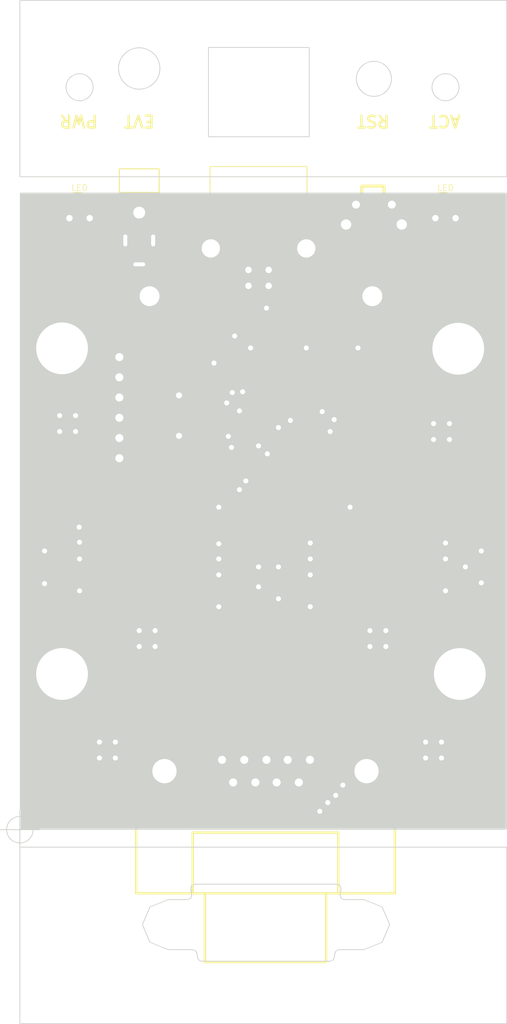
<source format=kicad_pcb>
(kicad_pcb (version 4) (host pcbnew 4.0.2-stable)
  (layers (0 F.Cu signal) (31 B.Cu signal) (34 B.Paste user hide) (35 F.Paste user hide) (36 B.SilkS user) (37 F.SilkS user) (38 B.Mask user hide) (39 F.Mask user hide) (44 Edge.Cuts user))
  (net 0 "")
  (net 1 /AD1)
  (net 2 /AD2)
  (net 3 /AD3)
  (net 4 /AD4)
  (net 5 /AD5)
  (net 6 /AD6)
  (net 7 /AD7)
  (net 8 /AD8)
  (net 9 /EVT1)
  (net 10 /EVT2)
  (net 11 /IN1)
  (net 12 /IN2)
  (net 13 /IN3)
  (net 14 /IN4)
  (net 15 /IN5)
  (net 16 /IN6)
  (net 17 /IN7)
  (net 18 /IN8)
  (net 19 /MISO)
  (net 20 /MOSI)
  (net 21 /REF)
  (net 22 /RESET)
  (net 23 /SCK)
  (net 24 GND)
  (net 25 N-0000010)
  (net 26 N-0000011)
  (net 27 N-0000013)
  (net 28 N-0000014)
  (net 29 N-0000016)
  (net 30 N-0000017)
  (net 31 N-0000019)
  (net 32 N-000002)
  (net 33 N-0000020)
  (net 34 N-0000022)
  (net 35 N-000003)
  (net 36 N-0000033)
  (net 37 N-000004)
  (net 38 N-0000042)
  (net 39 N-0000043)
  (net 40 N-0000044)
  (net 41 N-0000047)
  (net 42 N-0000048)
  (net 43 N-0000049)
  (net 44 N-0000051)
  (net 45 N-0000052)
  (net 46 N-0000055)
  (net 47 N-0000057)
  (net 48 N-0000058)
  (net 49 N-000006)
  (net 50 N-0000060)
  (net 51 N-0000062)
  (net 52 N-0000063)
  (net 53 N-0000066)
  (net 54 N-0000067)
  (net 55 N-0000068)
  (net 56 N-000007)
  (net 57 N-0000079)
  (net 58 N-0000080)
  (net 59 N-0000081)
  (net 60 N-000009)
  (net 61 VCC)
  (module 1pin (layer F.Cu) (at 112.3 130)
    (fp_text reference "" hide)
    (fp_text value "" hide)
    (pad "" np_thru_hole circle (at 0 0) (size 4 4) (drill 2.5) (layers *.Cu *.Mask F.SilkS))
  )
  (module 1pin (layer F.Cu) (at 123.3 177.45)
    (fp_text reference "" hide)
    (fp_text value "" hide)
    (pad "" np_thru_hole circle (at 0 0) (size 8.5 8.5) (drill 6.5) (layers *.Cu *.Mask F.SilkS))
  )
  (module 1pin (layer F.Cu) (at 73.3 176.45)
    (fp_text reference "" hide)
    (fp_text value "" hide)
    (pad "" np_thru_hole circle (at 0 1) (size 8.5 8.5) (drill 6.5) (layers *.Cu *.Mask))
  )
  (module TQFP44 (layer F.Cu) (at 98 146 270)
    (fp_text reference U2 (at 0 -1.905 270) (layer F.SilkS) (effects (font (size 1.524 1.016) (thickness 0.2032))))
    (fp_text value ATMEGA32U4 (at 0 0 360) (layer F.SilkS) (effects (font (size 1.524 1.016) (thickness 0.2032))))
    (pad 39 smd rect (at 0 -5.715 270) (size 0.4064 1.524) (layers F.Cu F.Paste F.Mask) (net 6 /AD6))
    (pad 40 smd rect (at -0.8001 -5.715 270) (size 0.4064 1.524) (layers F.Cu F.Paste F.Mask) (net 7 /AD7))
    (pad 41 smd rect (at -1.6002 -5.715 270) (size 0.4064 1.524) (layers F.Cu F.Paste F.Mask) (net 8 /AD8))
    (pad 42 smd rect (at -2.4003 -5.715 270) (size 0.4064 1.524) (layers F.Cu F.Paste F.Mask) (net 53 N-0000066))
    (pad 43 smd rect (at -3.2004 -5.715 270) (size 0.4064 1.524) (layers F.Cu F.Paste F.Mask) (net 24 GND))
    (pad 44 smd rect (at -4.0005 -5.715 270) (size 0.4064 1.524) (layers F.Cu F.Paste F.Mask) (net 54 N-0000067))
    (pad 38 smd rect (at 0.8001 -5.715 270) (size 0.4064 1.524) (layers F.Cu F.Paste F.Mask) (net 5 /AD5))
    (pad 37 smd rect (at 1.6002 -5.715 270) (size 0.4064 1.524) (layers F.Cu F.Paste F.Mask) (net 4 /AD4))
    (pad 36 smd rect (at 2.4003 -5.715 270) (size 0.4064 1.524) (layers F.Cu F.Paste F.Mask) (net 3 /AD3))
    (pad 35 smd rect (at 3.2004 -5.715 270) (size 0.4064 1.524) (layers F.Cu F.Paste F.Mask) (net 24 GND))
    (pad 34 smd rect (at 4.0005 -5.715 270) (size 0.4064 1.524) (layers F.Cu F.Paste F.Mask) (net 61 VCC))
    (pad 17 smd rect (at 0 5.715 270) (size 0.4064 1.524) (layers F.Cu F.Paste F.Mask) (net 36 N-0000033))
    (pad 16 smd rect (at -0.8001 5.715 270) (size 0.4064 1.524) (layers F.Cu F.Paste F.Mask) (net 43 N-0000049))
    (pad 15 smd rect (at -1.6002 5.715 270) (size 0.4064 1.524) (layers F.Cu F.Paste F.Mask) (net 24 GND))
    (pad 14 smd rect (at -2.4003 5.715 270) (size 0.4064 1.524) (layers F.Cu F.Paste F.Mask) (net 61 VCC))
    (pad 13 smd rect (at -3.2004 5.715 270) (size 0.4064 1.524) (layers F.Cu F.Paste F.Mask) (net 22 /RESET))
    (pad 12 smd rect (at -4.0005 5.715 270) (size 0.4064 1.524) (layers F.Cu F.Paste F.Mask))
    (pad 18 smd rect (at 0.8001 5.715 270) (size 0.4064 1.524) (layers F.Cu F.Paste F.Mask) (net 55 N-0000068))
    (pad 19 smd rect (at 1.6002 5.715 270) (size 0.4064 1.524) (layers F.Cu F.Paste F.Mask) (net 9 /EVT1))
    (pad 20 smd rect (at 2.4003 5.715 270) (size 0.4064 1.524) (layers F.Cu F.Paste F.Mask) (net 10 /EVT2))
    (pad 21 smd rect (at 3.2004 5.715 270) (size 0.4064 1.524) (layers F.Cu F.Paste F.Mask))
    (pad 22 smd rect (at 4.0005 5.715 270) (size 0.4064 1.524) (layers F.Cu F.Paste F.Mask))
    (pad 6 smd rect (at -5.715 0 270) (size 1.524 0.4064) (layers F.Cu F.Paste F.Mask) (net 45 N-0000052))
    (pad 28 smd rect (at 5.715 0 270) (size 1.524 0.4064) (layers F.Cu F.Paste F.Mask))
    (pad 7 smd rect (at -5.715 0.8001 270) (size 1.524 0.4064) (layers F.Cu F.Paste F.Mask) (net 61 VCC))
    (pad 27 smd rect (at 5.715 0.8001 270) (size 1.524 0.4064) (layers F.Cu F.Paste F.Mask))
    (pad 26 smd rect (at 5.715 1.6002 270) (size 1.524 0.4064) (layers F.Cu F.Paste F.Mask) (net 1 /AD1))
    (pad 8 smd rect (at -5.715 1.6002 270) (size 1.524 0.4064) (layers F.Cu F.Paste F.Mask))
    (pad 9 smd rect (at -5.715 2.4003 270) (size 1.524 0.4064) (layers F.Cu F.Paste F.Mask) (net 23 /SCK))
    (pad 25 smd rect (at 5.715 2.4003 270) (size 1.524 0.4064) (layers F.Cu F.Paste F.Mask) (net 2 /AD2))
    (pad 24 smd rect (at 5.715 3.2004 270) (size 1.524 0.4064) (layers F.Cu F.Paste F.Mask) (net 54 N-0000067))
    (pad 10 smd rect (at -5.715 3.2004 270) (size 1.524 0.4064) (layers F.Cu F.Paste F.Mask) (net 20 /MOSI))
    (pad 11 smd rect (at -5.715 4.0005 270) (size 1.524 0.4064) (layers F.Cu F.Paste F.Mask) (net 19 /MISO))
    (pad 23 smd rect (at 5.715 4.0005 270) (size 1.524 0.4064) (layers F.Cu F.Paste F.Mask) (net 24 GND))
    (pad 29 smd rect (at 5.715 -0.8001 270) (size 1.524 0.4064) (layers F.Cu F.Paste F.Mask))
    (pad 5 smd rect (at -5.715 -0.8001 270) (size 1.524 0.4064) (layers F.Cu F.Paste F.Mask) (net 24 GND))
    (pad 4 smd rect (at -5.715 -1.6002 270) (size 1.524 0.4064) (layers F.Cu F.Paste F.Mask) (net 42 N-0000048))
    (pad 30 smd rect (at 5.715 -1.6002 270) (size 1.524 0.4064) (layers F.Cu F.Paste F.Mask))
    (pad 31 smd rect (at 5.715 -2.4003 270) (size 1.524 0.4064) (layers F.Cu F.Paste F.Mask))
    (pad 3 smd rect (at -5.715 -2.4003 270) (size 1.524 0.4064) (layers F.Cu F.Paste F.Mask) (net 44 N-0000051))
    (pad 2 smd rect (at -5.715 -3.2004 270) (size 1.524 0.4064) (layers F.Cu F.Paste F.Mask) (net 61 VCC))
    (pad 32 smd rect (at 5.715 -3.2004 270) (size 1.524 0.4064) (layers F.Cu F.Paste F.Mask))
    (pad 33 smd rect (at 5.715 -4.0005 270) (size 1.524 0.4064) (layers F.Cu F.Paste F.Mask))
    (pad 1 smd rect (at -5.715 -4.0005 270) (size 1.524 0.4064) (layers F.Cu F.Paste F.Mask))
  )
  (module USB_B (layer F.Cu) (at 98 124 180)
    (fp_text reference USB1 (at -0.1 2.7 180) (layer F.SilkS) (effects (font (thickness 0.3048))))
    (fp_text value "" (at 0 0 180) (layer F.SilkS) (effects (font (thickness 0.3048))))
    (pad 1 thru_hole circle (at 1.27 -4.699 180) (size 1.524 1.524) (drill 0.8128) (layers *.Cu *.Mask F.SilkS) (net 61 VCC))
    (pad 2 thru_hole circle (at -1.27 -4.699 180) (size 1.524 1.524) (drill 0.8128) (layers *.Cu *.Mask F.SilkS) (net 58 N-0000080))
    (pad 3 thru_hole circle (at -1.27 -2.70002 180) (size 1.524 1.524) (drill 0.8128) (layers *.Cu *.Mask F.SilkS) (net 59 N-0000081))
    (pad 4 thru_hole circle (at 1.27 -2.70002 180) (size 1.524 1.524) (drill 0.8128) (layers *.Cu *.Mask F.SilkS) (net 24 GND))
    (pad 5 np_thru_hole circle (at 5.99948 0 180) (size 2.70002 2.70002) (drill 2.30124) (layers *.Cu *.SilkS *.Mask) (net 24 GND))
    (pad 6 thru_hole circle (at -5.99948 0 180) (size 2.70002 2.70002) (drill 2.30124) (layers *.Cu *.Mask F.SilkS) (net 24 GND))
  )
  (module SM0603 (layer F.Cu) (at 111 140 90)
    (fp_text reference L1 (at -2 0 90) (layer F.SilkS) (effects (font (size 0.7 0.7) (thickness 0.1143))))
    (fp_text value 100nH hide)
    (pad 1 smd rect (at -0.762 0 90) (size 0.635 1.143) (layers F.Cu F.Paste F.Mask) (net 61 VCC))
    (pad 2 smd rect (at 0.762 0 90) (size 0.635 1.143) (layers F.Cu F.Paste F.Mask) (net 54 N-0000067))
  )
  (module PIN_ARRAY_6X1 (layer F.Cu) (at 80.5 144 270)
    (fp_text reference J2 (at 0 -2.159 270) (layer F.SilkS) (effects (font (size 1.016 1.016) (thickness 0.2032))))
    (fp_text value AVR-ISP-6 hide)
    (pad 1 thru_hole rect (at -6.35 0 270) (size 1.524 1.524) (drill 1.016) (layers *.Cu *.Mask F.SilkS) (net 19 /MISO))
    (pad 2 thru_hole circle (at -3.81 0 270) (size 1.524 1.524) (drill 1.016) (layers *.Cu *.Mask F.SilkS) (net 61 VCC))
    (pad 3 thru_hole circle (at -1.27 0 270) (size 1.524 1.524) (drill 1.016) (layers *.Cu *.Mask F.SilkS) (net 23 /SCK))
    (pad 4 thru_hole circle (at 1.27 0 270) (size 1.524 1.524) (drill 1.016) (layers *.Cu *.Mask F.SilkS) (net 20 /MOSI))
    (pad 5 thru_hole circle (at 3.81 0 270) (size 1.524 1.524) (drill 1.016) (layers *.Cu *.Mask F.SilkS) (net 22 /RESET))
    (pad 6 thru_hole circle (at 6.35 0 270) (size 1.524 1.524) (drill 1.016) (layers *.Cu *.Mask F.SilkS) (net 24 GND))
  )
  (module LED-5MM (layer F.Cu) (at 121.5 120.2 180)
    (fp_text reference D2 (at 0 -3.81 180) (layer F.SilkS) (effects (font (size 0.7 0.7) (thickness 0.0889))))
    (fp_text value LED (at 0 3.81 180) (layer F.SilkS) (effects (font (size 0.762 0.762) (thickness 0.0889))))
    (pad 1 thru_hole circle (at -1.27 0 180) (size 1.6764 1.6764) (drill 0.8128) (layers *.Cu *.Mask F.SilkS) (net 57 N-0000079))
    (pad 2 thru_hole circle (at 1.27 0 180) (size 1.6764 1.6764) (drill 0.8128) (layers *.Cu *.Mask F.SilkS) (net 24 GND))
  )
  (module LED-5MM (layer F.Cu) (at 75.5 120.2 180)
    (fp_text reference D1 (at 0 -3.81 180) (layer F.SilkS) (effects (font (size 0.7 0.7) (thickness 0.0889))))
    (fp_text value LED (at 0 3.81 180) (layer F.SilkS) (effects (font (size 0.762 0.762) (thickness 0.0889))))
    (pad 1 thru_hole circle (at -1.27 0 180) (size 1.6764 1.6764) (drill 0.8128) (layers *.Cu *.Mask F.SilkS) (net 41 N-0000047))
    (pad 2 thru_hole circle (at 1.27 0 180) (size 1.6764 1.6764) (drill 0.8128) (layers *.Cu *.Mask F.SilkS) (net 24 GND))
  )
  (module HC-49V (layer F.Cu) (at 88 145 270)
    (fp_text reference Y1 (at 0 -3.81 270) (layer F.SilkS) (effects (font (thickness 0.3048))))
    (fp_text value 16MHz (at 7 -0.5 360) (layer F.SilkS) (effects (font (thickness 0.3048))))
    (pad 1 thru_hole circle (at -2.54 0 270) (size 1.4224 1.4224) (drill 0.762) (layers *.Cu *.Mask F.SilkS) (net 43 N-0000049))
    (pad 2 thru_hole circle (at 2.54 0 270) (size 1.4224 1.4224) (drill 0.762) (layers *.Cu *.Mask F.SilkS) (net 36 N-0000033))
  )
  (module DB9MC (layer F.Cu) (at 99 189.5 180)
    (fp_text reference "" (at 1.27 -10.16 180) (layer F.SilkS) (effects (font (thickness 0.3048))))
    (fp_text value DB9 (at 1.27 -3.81 180) (layer F.SilkS) (effects (font (thickness 0.3048))))
    (pad "" thru_hole circle (at 12.827 -0.15 180) (size 3.81 3.81) (drill 3.048) (layers *.Cu *.Mask F.SilkS))
    (pad "" thru_hole circle (at -12.573 -0.15 180) (size 3.81 3.81) (drill 3.048) (layers *.Cu *.Mask F.SilkS))
    (pad 1 thru_hole rect (at 5.588 1.27 180) (size 1.524 1.524) (drill 1.016) (layers *.Cu *.Mask F.SilkS) (net 24 GND))
    (pad 2 thru_hole circle (at 2.794 1.27 180) (size 1.524 1.524) (drill 1.016) (layers *.Cu *.Mask F.SilkS) (net 11 /IN1))
    (pad 3 thru_hole circle (at 0 1.27 180) (size 1.524 1.524) (drill 1.016) (layers *.Cu *.Mask F.SilkS) (net 12 /IN2))
    (pad 4 thru_hole circle (at -2.667 1.27 180) (size 1.524 1.524) (drill 1.016) (layers *.Cu *.Mask F.SilkS) (net 13 /IN3))
    (pad 5 thru_hole circle (at -5.461 1.27 180) (size 1.524 1.524) (drill 1.016) (layers *.Cu *.Mask F.SilkS) (net 14 /IN4))
    (pad 9 thru_hole circle (at -4.064 -1.57 180) (size 1.524 1.524) (drill 1.016) (layers *.Cu *.Mask F.SilkS) (net 18 /IN8))
    (pad 8 thru_hole circle (at -1.27 -1.57 180) (size 1.524 1.524) (drill 1.016) (layers *.Cu *.Mask F.SilkS) (net 17 /IN7))
    (pad 7 thru_hole circle (at 1.397 -1.57 180) (size 1.524 1.524) (drill 1.016) (layers *.Cu *.Mask F.SilkS) (net 16 /IN6))
    (pad 6 thru_hole circle (at 4.191 -1.57 180) (size 1.524 1.524) (drill 1.016) (layers *.Cu *.Mask F.SilkS) (net 15 /IN5))
  )
  (module SM0603 (layer F.Cu) (at 72 161 180)
    (fp_text reference R15 (at 2.5 0 180) (layer F.SilkS) (effects (font (size 0.7 0.7) (thickness 0.1143))))
    (fp_text value 10 hide)
    (pad 1 smd rect (at -0.762 0 180) (size 0.635 1.143) (layers F.Cu F.Paste F.Mask) (net 38 N-0000042))
    (pad 2 smd rect (at 0.762 0 180) (size 0.635 1.143) (layers F.Cu F.Paste F.Mask) (net 1 /AD1))
  )
  (module SM0603 (layer F.Cu) (at 91 167 180)
    (fp_text reference R21 (at 2.5 0 180) (layer F.SilkS) (effects (font (size 0.7 0.7) (thickness 0.1143))))
    (fp_text value 75K hide)
    (pad 1 smd rect (at -0.762 0 180) (size 0.635 1.143) (layers F.Cu F.Paste F.Mask) (net 21 /REF))
    (pad 2 smd rect (at 0.762 0 180) (size 0.635 1.143) (layers F.Cu F.Paste F.Mask) (net 34 N-0000022))
  )
  (module SM0603 (layer F.Cu) (at 106 161)
    (fp_text reference R14 (at 2.5 0) (layer F.SilkS) (effects (font (size 0.7 0.7) (thickness 0.1143))))
    (fp_text value 300K hide)
    (pad 1 smd rect (at -0.762 0) (size 0.635 1.143) (layers F.Cu F.Paste F.Mask) (net 24 GND))
    (pad 2 smd rect (at 0.762 0) (size 0.635 1.143) (layers F.Cu F.Paste F.Mask) (net 26 N-0000011))
  )
  (module SM0603 (layer F.Cu) (at 106 165)
    (fp_text reference R13 (at 2.5 0) (layer F.SilkS) (effects (font (size 0.7 0.7) (thickness 0.1143))))
    (fp_text value 75K hide)
    (pad 1 smd rect (at -0.762 0) (size 0.635 1.143) (layers F.Cu F.Paste F.Mask) (net 21 /REF))
    (pad 2 smd rect (at 0.762 0) (size 0.635 1.143) (layers F.Cu F.Paste F.Mask) (net 56 N-000007))
  )
  (module SM0603 (layer F.Cu) (at 91 161 180)
    (fp_text reference R25 (at 2.5 0 180) (layer F.SilkS) (effects (font (size 0.7 0.7) (thickness 0.1143))))
    (fp_text value 300K hide)
    (pad 1 smd rect (at -0.762 0 180) (size 0.635 1.143) (layers F.Cu F.Paste F.Mask) (net 24 GND))
    (pad 2 smd rect (at 0.762 0 180) (size 0.635 1.143) (layers F.Cu F.Paste F.Mask) (net 51 N-0000062))
  )
  (module SM0603 (layer F.Cu) (at 77 161)
    (fp_text reference R35 (at 2.5 0) (layer F.SilkS) (effects (font (size 0.7 0.7) (thickness 0.1143))))
    (fp_text value 300K hide)
    (pad 1 smd rect (at -0.762 0) (size 0.635 1.143) (layers F.Cu F.Paste F.Mask) (net 11 /IN1))
    (pad 2 smd rect (at 0.762 0) (size 0.635 1.143) (layers F.Cu F.Paste F.Mask) (net 39 N-0000043))
  )
  (module SM0603 (layer F.Cu) (at 120 163 180)
    (fp_text reference R45 (at 2.5 0 180) (layer F.SilkS) (effects (font (size 0.7 0.7) (thickness 0.1143))))
    (fp_text value 75K hide)
    (pad 1 smd rect (at -0.762 0 180) (size 0.635 1.143) (layers F.Cu F.Paste F.Mask) (net 21 /REF))
    (pad 2 smd rect (at 0.762 0 180) (size 0.635 1.143) (layers F.Cu F.Paste F.Mask) (net 46 N-0000055))
  )
  (module SM0603 (layer F.Cu) (at 77 167)
    (fp_text reference R37 (at 2.5 0) (layer F.SilkS) (effects (font (size 0.7 0.7) (thickness 0.1143))))
    (fp_text value 300K hide)
    (pad 1 smd rect (at -0.762 0) (size 0.635 1.143) (layers F.Cu F.Paste F.Mask) (net 12 /IN2))
    (pad 2 smd rect (at 0.762 0) (size 0.635 1.143) (layers F.Cu F.Paste F.Mask) (net 27 N-0000013))
  )
  (module SM0603 (layer F.Cu) (at 120 167 180)
    (fp_text reference R41 (at 2.5 0 180) (layer F.SilkS) (effects (font (size 0.7 0.7) (thickness 0.1143))))
    (fp_text value 300K hide)
    (pad 1 smd rect (at -0.762 0 180) (size 0.635 1.143) (layers F.Cu F.Paste F.Mask) (net 17 /IN7))
    (pad 2 smd rect (at 0.762 0 180) (size 0.635 1.143) (layers F.Cu F.Paste F.Mask) (net 29 N-0000016))
  )
  (module SM0603 (layer F.Cu) (at 120 159 180)
    (fp_text reference R46 (at 2.5 0 180) (layer F.SilkS) (effects (font (size 0.7 0.7) (thickness 0.1143))))
    (fp_text value 300K hide)
    (pad 1 smd rect (at -0.762 0 180) (size 0.635 1.143) (layers F.Cu F.Paste F.Mask) (net 24 GND))
    (pad 2 smd rect (at 0.762 0 180) (size 0.635 1.143) (layers F.Cu F.Paste F.Mask) (net 47 N-0000057))
  )
  (module SM0603 (layer F.Cu) (at 103 133.5 270)
    (fp_text reference R3 (at 2 0 270) (layer F.SilkS) (effects (font (size 0.7 0.7) (thickness 0.1143))))
    (fp_text value 22 hide)
    (pad 1 smd rect (at -0.762 0 270) (size 0.635 1.143) (layers F.Cu F.Paste F.Mask) (net 58 N-0000080))
    (pad 2 smd rect (at 0.762 0 270) (size 0.635 1.143) (layers F.Cu F.Paste F.Mask) (net 44 N-0000051))
  )
  (module SM0603 (layer F.Cu) (at 77 165)
    (fp_text reference R18 (at 2.5 0) (layer F.SilkS) (effects (font (size 0.7 0.7) (thickness 0.1143))))
    (fp_text value 75K hide)
    (pad 1 smd rect (at -0.762 0) (size 0.635 1.143) (layers F.Cu F.Paste F.Mask) (net 21 /REF))
    (pad 2 smd rect (at 0.762 0) (size 0.635 1.143) (layers F.Cu F.Paste F.Mask) (net 27 N-0000013))
  )
  (module SM0603 (layer F.Cu) (at 101 133.5 270)
    (fp_text reference R4 (at 2 0 270) (layer F.SilkS) (effects (font (size 0.7 0.7) (thickness 0.1143))))
    (fp_text value 22 hide)
    (pad 1 smd rect (at -0.762 0 270) (size 0.635 1.143) (layers F.Cu F.Paste F.Mask) (net 59 N-0000081))
    (pad 2 smd rect (at 0.762 0 270) (size 0.635 1.143) (layers F.Cu F.Paste F.Mask) (net 42 N-0000048))
  )
  (module SM0603 (layer F.Cu) (at 121 130)
    (fp_text reference R5 (at -1.9 -0.1) (layer F.SilkS) (effects (font (size 0.7 0.7) (thickness 0.1143))))
    (fp_text value 470 hide)
    (pad 1 smd rect (at -0.762 0) (size 0.635 1.143) (layers F.Cu F.Paste F.Mask) (net 55 N-0000068))
    (pad 2 smd rect (at 0.762 0) (size 0.635 1.143) (layers F.Cu F.Paste F.Mask) (net 57 N-0000079))
  )
  (module SM0603 (layer F.Cu) (at 106 163)
    (fp_text reference R36 (at 2.5 0) (layer F.SilkS) (effects (font (size 0.7 0.7) (thickness 0.1143))))
    (fp_text value 300K hide)
    (pad 1 smd rect (at -0.762 0) (size 0.635 1.143) (layers F.Cu F.Paste F.Mask) (net 15 /IN5))
    (pad 2 smd rect (at 0.762 0) (size 0.635 1.143) (layers F.Cu F.Paste F.Mask) (net 56 N-000007))
  )
  (module SM0603 (layer F.Cu) (at 91 171 180)
    (fp_text reference R22 (at 2.5 0 180) (layer F.SilkS) (effects (font (size 0.7 0.7) (thickness 0.1143))))
    (fp_text value 300K hide)
    (pad 1 smd rect (at -0.762 0 180) (size 0.635 1.143) (layers F.Cu F.Paste F.Mask) (net 24 GND))
    (pad 2 smd rect (at 0.762 0 180) (size 0.635 1.143) (layers F.Cu F.Paste F.Mask) (net 30 N-0000017))
  )
  (module SM0603 (layer F.Cu) (at 101 169 180)
    (fp_text reference R26 (at -2.5 0 180) (layer F.SilkS) (effects (font (size 0.7 0.7) (thickness 0.1143))))
    (fp_text value 10 hide)
    (pad 1 smd rect (at -0.762 0 180) (size 0.635 1.143) (layers F.Cu F.Paste F.Mask) (net 25 N-0000010))
    (pad 2 smd rect (at 0.762 0 180) (size 0.635 1.143) (layers F.Cu F.Paste F.Mask) (net 6 /AD6))
  )
  (module SM0603 (layer F.Cu) (at 101 173 180)
    (fp_text reference R27 (at -2.5 0 180) (layer F.SilkS) (effects (font (size 0.7 0.7) (thickness 0.1143))))
    (fp_text value 75K hide)
    (pad 1 smd rect (at -0.762 0 180) (size 0.635 1.143) (layers F.Cu F.Paste F.Mask) (net 49 N-000006))
    (pad 2 smd rect (at 0.762 0 180) (size 0.635 1.143) (layers F.Cu F.Paste F.Mask) (net 25 N-0000010))
  )
  (module SM0603 (layer F.Cu) (at 106 167)
    (fp_text reference R28 (at 2.5 0) (layer F.SilkS) (effects (font (size 0.7 0.7) (thickness 0.1143))))
    (fp_text value 75K hide)
    (pad 1 smd rect (at -0.762 0) (size 0.635 1.143) (layers F.Cu F.Paste F.Mask) (net 21 /REF))
    (pad 2 smd rect (at 0.762 0) (size 0.635 1.143) (layers F.Cu F.Paste F.Mask) (net 37 N-000004))
  )
  (module SM0603 (layer F.Cu) (at 91 169 180)
    (fp_text reference R38 (at 2.5 0 180) (layer F.SilkS) (effects (font (size 0.7 0.7) (thickness 0.1143))))
    (fp_text value 300K hide)
    (pad 1 smd rect (at -0.762 0 180) (size 0.635 1.143) (layers F.Cu F.Paste F.Mask) (net 13 /IN3))
    (pad 2 smd rect (at 0.762 0 180) (size 0.635 1.143) (layers F.Cu F.Paste F.Mask) (net 34 N-0000022))
  )
  (module SM0603 (layer F.Cu) (at 125 157)
    (fp_text reference R43 (at 2.5 0) (layer F.SilkS) (effects (font (size 0.7 0.7) (thickness 0.1143))))
    (fp_text value 75K hide)
    (pad 1 smd rect (at -0.762 0) (size 0.635 1.143) (layers F.Cu F.Paste F.Mask) (net 47 N-0000057))
    (pad 2 smd rect (at 0.762 0) (size 0.635 1.143) (layers F.Cu F.Paste F.Mask) (net 48 N-0000058))
  )
  (module SM0603 (layer F.Cu) (at 125 161)
    (fp_text reference R42 (at 2.5 0) (layer F.SilkS) (effects (font (size 0.7 0.7) (thickness 0.1143))))
    (fp_text value 10 hide)
    (pad 1 smd rect (at -0.762 0) (size 0.635 1.143) (layers F.Cu F.Paste F.Mask) (net 48 N-0000058))
    (pad 2 smd rect (at 0.762 0) (size 0.635 1.143) (layers F.Cu F.Paste F.Mask) (net 8 /AD8))
  )
  (module SM0603 (layer F.Cu) (at 72 157 180)
    (fp_text reference R6 (at 2.5 0 180) (layer F.SilkS) (effects (font (size 0.7 0.7) (thickness 0.1143))))
    (fp_text value 75K hide)
    (pad 1 smd rect (at -0.762 0 180) (size 0.635 1.143) (layers F.Cu F.Paste F.Mask) (net 40 N-0000044))
    (pad 2 smd rect (at 0.762 0 180) (size 0.635 1.143) (layers F.Cu F.Paste F.Mask) (net 38 N-0000042))
  )
  (module SM0603 (layer F.Cu) (at 101 163 180)
    (fp_text reference R16 (at -2.5 0 180) (layer F.SilkS) (effects (font (size 0.7 0.7) (thickness 0.1143))))
    (fp_text value 10 hide)
    (pad 1 smd rect (at -0.762 0 180) (size 0.635 1.143) (layers F.Cu F.Paste F.Mask) (net 60 N-000009))
    (pad 2 smd rect (at 0.762 0 180) (size 0.635 1.143) (layers F.Cu F.Paste F.Mask) (net 5 /AD5))
  )
  (module SM0603 (layer F.Cu) (at 72 167 180)
    (fp_text reference R17 (at 2.5 0 180) (layer F.SilkS) (effects (font (size 0.7 0.7) (thickness 0.1143))))
    (fp_text value 10 hide)
    (pad 1 smd rect (at -0.762 0 180) (size 0.635 1.143) (layers F.Cu F.Paste F.Mask) (net 32 N-000002))
    (pad 2 smd rect (at 0.762 0 180) (size 0.635 1.143) (layers F.Cu F.Paste F.Mask) (net 2 /AD2))
  )
  (module SM0603 (layer F.Cu) (at 76.5 130.5 180)
    (fp_text reference R2 (at -2 0 180) (layer F.SilkS) (effects (font (size 0.7 0.7) (thickness 0.1143))))
    (fp_text value 470 hide)
    (pad 1 smd rect (at -0.762 0 180) (size 0.635 1.143) (layers F.Cu F.Paste F.Mask) (net 61 VCC))
    (pad 2 smd rect (at 0.762 0 180) (size 0.635 1.143) (layers F.Cu F.Paste F.Mask) (net 41 N-0000047))
  )
  (module SM0603 (layer F.Cu) (at 77 163)
    (fp_text reference R12 (at 2.5 0) (layer F.SilkS) (effects (font (size 0.7 0.7) (thickness 0.1143))))
    (fp_text value 75K hide)
    (pad 1 smd rect (at -0.762 0) (size 0.635 1.143) (layers F.Cu F.Paste F.Mask) (net 21 /REF))
    (pad 2 smd rect (at 0.762 0) (size 0.635 1.143) (layers F.Cu F.Paste F.Mask) (net 39 N-0000043))
  )
  (module SM0603 (layer F.Cu) (at 108.5 155.5 270)
    (fp_text reference R30 (at -0.5 -1.5 270) (layer F.SilkS) (effects (font (size 0.7 0.7) (thickness 0.1143))))
    (fp_text value 1K hide)
    (pad 1 smd rect (at -0.762 0 270) (size 0.635 1.143) (layers F.Cu F.Paste F.Mask) (net 61 VCC))
    (pad 2 smd rect (at 0.762 0 270) (size 0.635 1.143) (layers F.Cu F.Paste F.Mask) (net 21 /REF))
  )
  (module SM0603 (layer F.Cu) (at 125 167)
    (fp_text reference R31 (at 2.5 0) (layer F.SilkS) (effects (font (size 0.7 0.7) (thickness 0.1143))))
    (fp_text value 10 hide)
    (pad 1 smd rect (at -0.762 0) (size 0.635 1.143) (layers F.Cu F.Paste F.Mask) (net 33 N-0000020))
    (pad 2 smd rect (at 0.762 0) (size 0.635 1.143) (layers F.Cu F.Paste F.Mask) (net 7 /AD7))
  )
  (module SM0603 (layer F.Cu) (at 106 171)
    (fp_text reference R29 (at 2.5 0) (layer F.SilkS) (effects (font (size 0.7 0.7) (thickness 0.1143))))
    (fp_text value 300K hide)
    (pad 1 smd rect (at -0.762 0) (size 0.635 1.143) (layers F.Cu F.Paste F.Mask) (net 24 GND))
    (pad 2 smd rect (at 0.762 0) (size 0.635 1.143) (layers F.Cu F.Paste F.Mask) (net 49 N-000006))
  )
  (module SM0603 (layer F.Cu) (at 91 163 180)
    (fp_text reference R39 (at 2.5 0 180) (layer F.SilkS) (effects (font (size 0.7 0.7) (thickness 0.1143))))
    (fp_text value 300K hide)
    (pad 1 smd rect (at -0.762 0 180) (size 0.635 1.143) (layers F.Cu F.Paste F.Mask) (net 14 /IN4))
    (pad 2 smd rect (at 0.762 0 180) (size 0.635 1.143) (layers F.Cu F.Paste F.Mask) (net 50 N-0000060))
  )
  (module SM0603 (layer F.Cu) (at 120 161 180)
    (fp_text reference R44 (at 2.5 0 180) (layer F.SilkS) (effects (font (size 0.7 0.7) (thickness 0.1143))))
    (fp_text value 300K hide)
    (pad 1 smd rect (at -0.762 0 180) (size 0.635 1.143) (layers F.Cu F.Paste F.Mask) (net 18 /IN8))
    (pad 2 smd rect (at 0.762 0 180) (size 0.635 1.143) (layers F.Cu F.Paste F.Mask) (net 46 N-0000055))
  )
  (module SM0603 (layer F.Cu) (at 96 159)
    (fp_text reference R10 (at -2.5 0) (layer F.SilkS) (effects (font (size 0.7 0.7) (thickness 0.1143))))
    (fp_text value 75K hide)
    (pad 1 smd rect (at -0.762 0) (size 0.635 1.143) (layers F.Cu F.Paste F.Mask) (net 51 N-0000062))
    (pad 2 smd rect (at 0.762 0) (size 0.635 1.143) (layers F.Cu F.Paste F.Mask) (net 52 N-0000063))
  )
  (module SM0603 (layer F.Cu) (at 77 169)
    (fp_text reference R19 (at 2.5 0) (layer F.SilkS) (effects (font (size 0.7 0.7) (thickness 0.1143))))
    (fp_text value 300K hide)
    (pad 1 smd rect (at -0.762 0) (size 0.635 1.143) (layers F.Cu F.Paste F.Mask) (net 24 GND))
    (pad 2 smd rect (at 0.762 0) (size 0.635 1.143) (layers F.Cu F.Paste F.Mask) (net 35 N-000003))
  )
  (module SM0603 (layer F.Cu) (at 77 159)
    (fp_text reference R11 (at 2.5 0) (layer F.SilkS) (effects (font (size 0.7 0.7) (thickness 0.1143))))
    (fp_text value 300K hide)
    (pad 1 smd rect (at -0.762 0) (size 0.635 1.143) (layers F.Cu F.Paste F.Mask) (net 24 GND))
    (pad 2 smd rect (at 0.762 0) (size 0.635 1.143) (layers F.Cu F.Paste F.Mask) (net 40 N-0000044))
  )
  (module SM0603 (layer F.Cu) (at 96 173)
    (fp_text reference R9 (at -2.5 0) (layer F.SilkS) (effects (font (size 0.7 0.7) (thickness 0.1143))))
    (fp_text value 75K hide)
    (pad 1 smd rect (at -0.762 0) (size 0.635 1.143) (layers F.Cu F.Paste F.Mask) (net 30 N-0000017))
    (pad 2 smd rect (at 0.762 0) (size 0.635 1.143) (layers F.Cu F.Paste F.Mask) (net 28 N-0000014))
  )
  (module SM0603 (layer F.Cu) (at 96 169)
    (fp_text reference R20 (at -2.5 0) (layer F.SilkS) (effects (font (size 0.7 0.7) (thickness 0.1143))))
    (fp_text value 10 hide)
    (pad 1 smd rect (at -0.762 0) (size 0.635 1.143) (layers F.Cu F.Paste F.Mask) (net 28 N-0000014))
    (pad 2 smd rect (at 0.762 0) (size 0.635 1.143) (layers F.Cu F.Paste F.Mask) (net 3 /AD3))
  )
  (module SM0603 (layer F.Cu) (at 72 171 180)
    (fp_text reference R8 (at 2.5 0 180) (layer F.SilkS) (effects (font (size 0.7 0.7) (thickness 0.1143))))
    (fp_text value 75K hide)
    (pad 1 smd rect (at -0.762 0 180) (size 0.635 1.143) (layers F.Cu F.Paste F.Mask) (net 35 N-000003))
    (pad 2 smd rect (at 0.762 0 180) (size 0.635 1.143) (layers F.Cu F.Paste F.Mask) (net 32 N-000002))
  )
  (module SM0603 (layer F.Cu) (at 91 165 180)
    (fp_text reference R24 (at 2.5 0 180) (layer F.SilkS) (effects (font (size 0.7 0.7) (thickness 0.1143))))
    (fp_text value 75K hide)
    (pad 1 smd rect (at -0.762 0 180) (size 0.635 1.143) (layers F.Cu F.Paste F.Mask) (net 21 /REF))
    (pad 2 smd rect (at 0.762 0 180) (size 0.635 1.143) (layers F.Cu F.Paste F.Mask) (net 50 N-0000060))
  )
  (module SM0603 (layer F.Cu) (at 101 159 180)
    (fp_text reference R7 (at -2.5 0 180) (layer F.SilkS) (effects (font (size 0.7 0.7) (thickness 0.1143))))
    (fp_text value 75K hide)
    (pad 1 smd rect (at -0.762 0 180) (size 0.635 1.143) (layers F.Cu F.Paste F.Mask) (net 26 N-0000011))
    (pad 2 smd rect (at 0.762 0 180) (size 0.635 1.143) (layers F.Cu F.Paste F.Mask) (net 60 N-000009))
  )
  (module SM0603 (layer F.Cu) (at 93 133.5 270)
    (fp_text reference R1 (at 2 0 270) (layer F.SilkS) (effects (font (size 0.7 0.7) (thickness 0.1143))))
    (fp_text value 10K hide)
    (pad 1 smd rect (at -0.762 0 270) (size 0.635 1.143) (layers F.Cu F.Paste F.Mask) (net 61 VCC))
    (pad 2 smd rect (at 0.762 0 270) (size 0.635 1.143) (layers F.Cu F.Paste F.Mask) (net 22 /RESET))
  )
  (module SM0603 (layer F.Cu) (at 96 163)
    (fp_text reference R23 (at -2.5 0) (layer F.SilkS) (effects (font (size 0.7 0.7) (thickness 0.1143))))
    (fp_text value 10 hide)
    (pad 1 smd rect (at -0.762 0) (size 0.635 1.143) (layers F.Cu F.Paste F.Mask) (net 52 N-0000063))
    (pad 2 smd rect (at 0.762 0) (size 0.635 1.143) (layers F.Cu F.Paste F.Mask) (net 4 /AD4))
  )
  (module SM0603 (layer F.Cu) (at 125 171)
    (fp_text reference R32 (at 2.5 0) (layer F.SilkS) (effects (font (size 0.7 0.7) (thickness 0.1143))))
    (fp_text value 75K hide)
    (pad 1 smd rect (at -0.762 0) (size 0.635 1.143) (layers F.Cu F.Paste F.Mask) (net 31 N-0000019))
    (pad 2 smd rect (at 0.762 0) (size 0.635 1.143) (layers F.Cu F.Paste F.Mask) (net 33 N-0000020))
  )
  (module SM0603 (layer F.Cu) (at 120 165 180)
    (fp_text reference R33 (at 2.5 0 180) (layer F.SilkS) (effects (font (size 0.7 0.7) (thickness 0.1143))))
    (fp_text value 75K hide)
    (pad 1 smd rect (at -0.762 0 180) (size 0.635 1.143) (layers F.Cu F.Paste F.Mask) (net 21 /REF))
    (pad 2 smd rect (at 0.762 0 180) (size 0.635 1.143) (layers F.Cu F.Paste F.Mask) (net 29 N-0000016))
  )
  (module SM0603 (layer F.Cu) (at 120 169 180)
    (fp_text reference R34 (at 2.5 0 180) (layer F.SilkS) (effects (font (size 0.7 0.7) (thickness 0.1143))))
    (fp_text value 300K hide)
    (pad 1 smd rect (at -0.762 0 180) (size 0.635 1.143) (layers F.Cu F.Paste F.Mask) (net 24 GND))
    (pad 2 smd rect (at 0.762 0 180) (size 0.635 1.143) (layers F.Cu F.Paste F.Mask) (net 31 N-0000019))
  )
  (module SM0603 (layer F.Cu) (at 106 169)
    (fp_text reference R40 (at 2.5 0) (layer F.SilkS) (effects (font (size 0.7 0.7) (thickness 0.1143))))
    (fp_text value 300K hide)
    (pad 1 smd rect (at -0.762 0) (size 0.635 1.143) (layers F.Cu F.Paste F.Mask) (net 16 /IN6))
    (pad 2 smd rect (at 0.762 0) (size 0.635 1.143) (layers F.Cu F.Paste F.Mask) (net 37 N-000004))
  )
  (module SM0603 (layer F.Cu) (at 96 171)
    (fp_text reference C22 (at -2.5 0) (layer F.SilkS) (effects (font (size 0.7 0.7) (thickness 0.1143))))
    (fp_text value 20pF hide)
    (pad 1 smd rect (at -0.762 0) (size 0.635 1.143) (layers F.Cu F.Paste F.Mask) (net 30 N-0000017))
    (pad 2 smd rect (at 0.762 0) (size 0.635 1.143) (layers F.Cu F.Paste F.Mask) (net 28 N-0000014))
  )
  (module SM0603 (layer F.Cu) (at 84 148 90)
    (fp_text reference C7 (at -2 0 90) (layer F.SilkS) (effects (font (size 0.7 0.7) (thickness 0.1143))))
    (fp_text value 18pF hide)
    (pad 1 smd rect (at -0.762 0 90) (size 0.635 1.143) (layers F.Cu F.Paste F.Mask) (net 24 GND))
    (pad 2 smd rect (at 0.762 0 90) (size 0.635 1.143) (layers F.Cu F.Paste F.Mask) (net 36 N-0000033))
  )
  (module SM0603 (layer F.Cu) (at 84 158.5)
    (fp_text reference C12 (at 0 -1.5) (layer F.SilkS) (effects (font (size 0.7 0.7) (thickness 0.1143))))
    (fp_text value 104 hide)
    (pad 1 smd rect (at -0.762 0) (size 0.635 1.143) (layers F.Cu F.Paste F.Mask) (net 61 VCC))
    (pad 2 smd rect (at 0.762 0) (size 0.635 1.143) (layers F.Cu F.Paste F.Mask) (net 24 GND))
  )
  (module SM0603 (layer F.Cu) (at 72 169 180)
    (fp_text reference C20 (at 2.5 0 180) (layer F.SilkS) (effects (font (size 0.7 0.7) (thickness 0.1143))))
    (fp_text value 20pF hide)
    (pad 1 smd rect (at -0.762 0 180) (size 0.635 1.143) (layers F.Cu F.Paste F.Mask) (net 35 N-000003))
    (pad 2 smd rect (at 0.762 0 180) (size 0.635 1.143) (layers F.Cu F.Paste F.Mask) (net 32 N-000002))
  )
  (module SM0603 (layer F.Cu) (at 95 133.5 90)
    (fp_text reference C6 (at -2 0 90) (layer F.SilkS) (effects (font (size 0.7 0.7) (thickness 0.1143))))
    (fp_text value 104 hide)
    (pad 1 smd rect (at -0.762 0 90) (size 0.635 1.143) (layers F.Cu F.Paste F.Mask) (net 22 /RESET))
    (pad 2 smd rect (at 0.762 0 90) (size 0.635 1.143) (layers F.Cu F.Paste F.Mask) (net 24 GND))
  )
  (module SM0603 (layer F.Cu) (at 109 140 270)
    (fp_text reference C10 (at 2 0 270) (layer F.SilkS) (effects (font (size 0.508 0.4572) (thickness 0.1143))))
    (fp_text value 104 hide)
    (pad 1 smd rect (at -0.762 0 270) (size 0.635 1.143) (layers F.Cu F.Paste F.Mask) (net 54 N-0000067))
    (pad 2 smd rect (at 0.762 0 270) (size 0.635 1.143) (layers F.Cu F.Paste F.Mask) (net 24 GND))
  )
  (module SM0603 (layer F.Cu) (at 107 149 90)
    (fp_text reference C3 (at -2 0 90) (layer F.SilkS) (effects (font (size 0.7 0.7) (thickness 0.1143))))
    (fp_text value 105 hide)
    (pad 1 smd rect (at -0.762 0 90) (size 0.635 1.143) (layers F.Cu F.Paste F.Mask) (net 61 VCC))
    (pad 2 smd rect (at 0.762 0 90) (size 0.635 1.143) (layers F.Cu F.Paste F.Mask) (net 24 GND))
  )
  (module SM0603 (layer F.Cu) (at 109 144 90)
    (fp_text reference C9 (at -2 0 90) (layer F.SilkS) (effects (font (size 0.7 0.7) (thickness 0.1143))))
    (fp_text value 104 hide)
    (pad 1 smd rect (at -0.762 0 90) (size 0.635 1.143) (layers F.Cu F.Paste F.Mask) (net 53 N-0000066))
    (pad 2 smd rect (at 0.762 0 90) (size 0.635 1.143) (layers F.Cu F.Paste F.Mask) (net 24 GND))
  )
  (module SM0603 (layer F.Cu) (at 101 161 180)
    (fp_text reference C16 (at -2.5 0 180) (layer F.SilkS) (effects (font (size 0.7 0.7) (thickness 0.1143))))
    (fp_text value 20pF hide)
    (pad 1 smd rect (at -0.762 0 180) (size 0.635 1.143) (layers F.Cu F.Paste F.Mask) (net 26 N-0000011))
    (pad 2 smd rect (at 0.762 0 180) (size 0.635 1.143) (layers F.Cu F.Paste F.Mask) (net 60 N-000009))
  )
  (module SM0603 (layer F.Cu) (at 72 163)
    (fp_text reference C17 (at -2.5 0) (layer F.SilkS) (effects (font (size 0.7 0.7) (thickness 0.1143))))
    (fp_text value 100nF hide)
    (pad 1 smd rect (at -0.762 0) (size 0.635 1.143) (layers F.Cu F.Paste F.Mask) (net 1 /AD1))
    (pad 2 smd rect (at 0.762 0) (size 0.635 1.143) (layers F.Cu F.Paste F.Mask) (net 24 GND))
  )
  (module SM0603 (layer F.Cu) (at 99 133.5 270)
    (fp_text reference C8 (at 2 0 270) (layer F.SilkS) (effects (font (size 0.7 0.7) (thickness 0.1143))))
    (fp_text value C hide)
    (pad 1 smd rect (at -0.762 0 270) (size 0.635 1.143) (layers F.Cu F.Paste F.Mask) (net 24 GND))
    (pad 2 smd rect (at 0.762 0 270) (size 0.635 1.143) (layers F.Cu F.Paste F.Mask) (net 45 N-0000052))
  )
  (module SM0603 (layer F.Cu) (at 96 167 180)
    (fp_text reference C21 (at 2.5 0 180) (layer F.SilkS) (effects (font (size 0.7 0.7) (thickness 0.1143))))
    (fp_text value 100nF hide)
    (pad 1 smd rect (at -0.762 0 180) (size 0.635 1.143) (layers F.Cu F.Paste F.Mask) (net 3 /AD3))
    (pad 2 smd rect (at 0.762 0 180) (size 0.635 1.143) (layers F.Cu F.Paste F.Mask) (net 24 GND))
  )
  (module SM0603 (layer F.Cu) (at 101 171 180)
    (fp_text reference C26 (at -2.5 0 180) (layer F.SilkS) (effects (font (size 0.7 0.7) (thickness 0.1143))))
    (fp_text value 20pF hide)
    (pad 1 smd rect (at -0.762 0 180) (size 0.635 1.143) (layers F.Cu F.Paste F.Mask) (net 49 N-000006))
    (pad 2 smd rect (at 0.762 0 180) (size 0.635 1.143) (layers F.Cu F.Paste F.Mask) (net 25 N-0000010))
  )
  (module SM0603 (layer F.Cu) (at 96 161)
    (fp_text reference C24 (at -2.5 0) (layer F.SilkS) (effects (font (size 0.7 0.7) (thickness 0.1143))))
    (fp_text value 20pF hide)
    (pad 1 smd rect (at -0.762 0) (size 0.635 1.143) (layers F.Cu F.Paste F.Mask) (net 51 N-0000062))
    (pad 2 smd rect (at 0.762 0) (size 0.635 1.143) (layers F.Cu F.Paste F.Mask) (net 52 N-0000063))
  )
  (module SM0603 (layer F.Cu) (at 72 165)
    (fp_text reference C19 (at -2.5 0) (layer F.SilkS) (effects (font (size 0.7 0.7) (thickness 0.1143))))
    (fp_text value 100nF hide)
    (pad 1 smd rect (at -0.762 0) (size 0.635 1.143) (layers F.Cu F.Paste F.Mask) (net 2 /AD2))
    (pad 2 smd rect (at 0.762 0) (size 0.635 1.143) (layers F.Cu F.Paste F.Mask) (net 24 GND))
  )
  (module SM0603 (layer F.Cu) (at 84 143 90)
    (fp_text reference C5 (at 2 0 90) (layer F.SilkS) (effects (font (size 0.7 0.7) (thickness 0.1143))))
    (fp_text value 18pF hide)
    (pad 1 smd rect (at -0.762 0 90) (size 0.635 1.143) (layers F.Cu F.Paste F.Mask) (net 24 GND))
    (pad 2 smd rect (at 0.762 0 90) (size 0.635 1.143) (layers F.Cu F.Paste F.Mask) (net 43 N-0000049))
  )
  (module SM0603 (layer F.Cu) (at 72 159 180)
    (fp_text reference C14 (at 2.5 0 180) (layer F.SilkS) (effects (font (size 0.7 0.7) (thickness 0.1143))))
    (fp_text value 20pF hide)
    (pad 1 smd rect (at -0.762 0 180) (size 0.635 1.143) (layers F.Cu F.Paste F.Mask) (net 40 N-0000044))
    (pad 2 smd rect (at 0.762 0 180) (size 0.635 1.143) (layers F.Cu F.Paste F.Mask) (net 38 N-0000042))
  )
  (module SM0603 (layer F.Cu) (at 113 159)
    (fp_text reference C13 (at 0 -1.5) (layer F.SilkS) (effects (font (size 0.7 0.7) (thickness 0.1143))))
    (fp_text value 104 hide)
    (pad 1 smd rect (at -0.762 0) (size 0.635 1.143) (layers F.Cu F.Paste F.Mask) (net 61 VCC))
    (pad 2 smd rect (at 0.762 0) (size 0.635 1.143) (layers F.Cu F.Paste F.Mask) (net 24 GND))
  )
  (module SM0603 (layer F.Cu) (at 101 165)
    (fp_text reference C18 (at 2.5 0) (layer F.SilkS) (effects (font (size 0.7 0.7) (thickness 0.1143))))
    (fp_text value 100nF hide)
    (pad 1 smd rect (at -0.762 0) (size 0.635 1.143) (layers F.Cu F.Paste F.Mask) (net 5 /AD5))
    (pad 2 smd rect (at 0.762 0) (size 0.635 1.143) (layers F.Cu F.Paste F.Mask) (net 24 GND))
  )
  (module SM0603 (layer F.Cu) (at 101 167)
    (fp_text reference C25 (at 2.5 0) (layer F.SilkS) (effects (font (size 0.7 0.7) (thickness 0.1143))))
    (fp_text value 100nF hide)
    (pad 1 smd rect (at -0.762 0) (size 0.635 1.143) (layers F.Cu F.Paste F.Mask) (net 6 /AD6))
    (pad 2 smd rect (at 0.762 0) (size 0.635 1.143) (layers F.Cu F.Paste F.Mask) (net 24 GND))
  )
  (module SM0603 (layer F.Cu) (at 102.5 155.5 90)
    (fp_text reference C15 (at 0 -1.5 90) (layer F.SilkS) (effects (font (size 0.7 0.7) (thickness 0.1143))))
    (fp_text value 10uF hide)
    (pad 1 smd rect (at -0.762 0 90) (size 0.635 1.143) (layers F.Cu F.Paste F.Mask) (net 21 /REF))
    (pad 2 smd rect (at 0.762 0 90) (size 0.635 1.143) (layers F.Cu F.Paste F.Mask) (net 24 GND))
  )
  (module SM0603 (layer F.Cu) (at 96 165 180)
    (fp_text reference C23 (at 2.5 0 180) (layer F.SilkS) (effects (font (size 0.7 0.7) (thickness 0.1143))))
    (fp_text value 100nF hide)
    (pad 1 smd rect (at -0.762 0 180) (size 0.635 1.143) (layers F.Cu F.Paste F.Mask) (net 4 /AD4))
    (pad 2 smd rect (at 0.762 0 180) (size 0.635 1.143) (layers F.Cu F.Paste F.Mask) (net 24 GND))
  )
  (module MINIBUTVERT (layer F.Cu) (at 112.5 121 180)
    (fp_text reference SW1 (at -0.3 -1 180) (layer F.SilkS) (effects (font (size 1.397 1.27) (thickness 0.2032))))
    (fp_text value "" hide)
    (pad A thru_hole circle (at -3.5 0 180) (size 2 2) (drill 1.3) (layers *.Cu *.SilkS *.Mask))
    (pad B thru_hole circle (at 3.5 0 180) (size 2 2) (drill 1.3) (layers *.Cu *.SilkS *.Mask))
    (pad 1 thru_hole circle (at -2.25 2.5 180) (size 1.6 1.6) (drill 1) (layers *.Cu *.Mask F.SilkS) (net 24 GND))
    (pad 2 thru_hole circle (at 2.25 2.5 180) (size 1.6 1.6) (drill 1) (layers *.Cu *.Mask F.SilkS) (net 22 /RESET))
  )
  (module SOT23 (layer F.Cu) (at 105.5 155)
    (fp_text reference U5 (at -1.5 -1.5 90) (layer F.SilkS) (effects (font (size 0.762 0.762) (thickness 0.11938))))
    (fp_text value TLV431 (at 0.0635 0) (layer F.SilkS) (effects (font (size 0.50038 0.50038) (thickness 0.09906))))
    (pad 3 smd rect (at 0 -1.09982) (size 0.8001 1.00076) (layers F.Cu F.Paste F.Mask) (net 24 GND))
    (pad 2 smd rect (at 0.9525 1.09982) (size 0.8001 1.00076) (layers F.Cu F.Paste F.Mask) (net 21 /REF))
    (pad 1 smd rect (at -0.9525 1.09982) (size 0.8001 1.00076) (layers F.Cu F.Paste F.Mask) (net 21 /REF))
  )
  (module SM0603 (layer F.Cu) (at 125 169)
    (fp_text reference C28 (at 2.5 0) (layer F.SilkS) (effects (font (size 0.7 0.7) (thickness 0.1143))))
    (fp_text value 20pF hide)
    (pad 1 smd rect (at -0.762 0) (size 0.635 1.143) (layers F.Cu F.Paste F.Mask) (net 31 N-0000019))
    (pad 2 smd rect (at 0.762 0) (size 0.635 1.143) (layers F.Cu F.Paste F.Mask) (net 33 N-0000020))
  )
  (module SM0603 (layer F.Cu) (at 125 165 180)
    (fp_text reference C27 (at -2.5 0 180) (layer F.SilkS) (effects (font (size 0.7 0.7) (thickness 0.1143))))
    (fp_text value 100nF hide)
    (pad 1 smd rect (at -0.762 0 180) (size 0.635 1.143) (layers F.Cu F.Paste F.Mask) (net 7 /AD7))
    (pad 2 smd rect (at 0.762 0 180) (size 0.635 1.143) (layers F.Cu F.Paste F.Mask) (net 24 GND))
  )
  (module SM0603 (layer F.Cu) (at 125 159)
    (fp_text reference C30 (at 2.5 0) (layer F.SilkS) (effects (font (size 0.7 0.7) (thickness 0.1143))))
    (fp_text value 20pF hide)
    (pad 1 smd rect (at -0.762 0) (size 0.635 1.143) (layers F.Cu F.Paste F.Mask) (net 47 N-0000057))
    (pad 2 smd rect (at 0.762 0) (size 0.635 1.143) (layers F.Cu F.Paste F.Mask) (net 48 N-0000058))
  )
  (module SM0603 (layer F.Cu) (at 125 163 180)
    (fp_text reference C29 (at -2.5 0 180) (layer F.SilkS) (effects (font (size 0.7 0.7) (thickness 0.1143))))
    (fp_text value 100nF hide)
    (pad 1 smd rect (at -0.762 0 180) (size 0.635 1.143) (layers F.Cu F.Paste F.Mask) (net 8 /AD8))
    (pad 2 smd rect (at 0.762 0 180) (size 0.635 1.143) (layers F.Cu F.Paste F.Mask) (net 24 GND))
  )
  (module PJ211A (layer F.Cu) (at 83 117 270)
    (fp_text reference J3 (at 4.2 -4.6 360) (layer F.SilkS) (effects (font (thickness 0.3048))))
    (fp_text value "" hide)
    (pad 1 thru_hole oval (at 6 -1.75 270) (size 2.5 1.5) (drill oval 1.5 0.5) (layers *.Cu *.Mask F.SilkS) (net 10 /EVT2))
    (pad 3 thru_hole oval (at 6 1.75 270) (size 2.5 1.5) (drill oval 1.5 0.5) (layers *.Cu *.Mask F.SilkS) (net 9 /EVT1))
    (pad 2 thru_hole oval (at 9 0 270) (size 1.5 2.5) (drill oval 0.5 1.5) (layers *.Cu *.Mask F.SilkS) (net 24 GND))
    (pad "" np_thru_hole circle (at 2.5 0 270) (size 2 2) (drill 1.5) (layers *.Cu *.Mask F.SilkS))
  )
  (module 1pin (layer F.Cu) (at 73.3 136.55)
    (fp_text reference "" hide)
    (fp_text value "" hide)
    (pad "" np_thru_hole circle (at 0 0) (size 8.5 8.5) (drill 6.5) (layers *.Cu *.Mask F.SilkS))
  )
  (module 1pin (layer F.Cu) (at 123.3 136.55)
    (fp_text reference "" hide)
    (fp_text value "" hide)
    (pad "" np_thru_hole circle (at -0.2 0.05) (size 8.5 8.5) (drill 6.5) (layers *.Cu *.Mask F.SilkS))
  )
  (module 1pin (layer F.Cu) (at 84.3 130)
    (fp_text reference "" hide)
    (fp_text value "" hide)
    (pad "" np_thru_hole circle (at 0 0) (size 4 4) (drill 2.5) (layers *.Cu *.Mask F.SilkS))
  )
  (module SO14E-WIDE (layer F.Cu) (at 113 165 270)
    (fp_text reference U4 (at 0 -0.762 270) (layer F.SilkS) (effects (font (size 1.016 1.143) (thickness 0.127))))
    (fp_text value LM2902N (at 0 1.016 270) (layer F.SilkS) (effects (font (size 1.016 1.016) (thickness 0.127))))
    (pad 1 smd rect (at -3.81 2.794 270) (size 0.6 1.143) (layers F.Cu F.Paste F.Mask) (net 60 N-000009))
    (pad 2 smd rect (at -2.54 2.794 270) (size 0.6 1.143) (layers F.Cu F.Paste F.Mask) (net 26 N-0000011))
    (pad 3 smd rect (at -1.27 2.794 270) (size 0.6 1.143) (layers F.Cu F.Paste F.Mask) (net 56 N-000007))
    (pad 4 smd rect (at 0 2.794 270) (size 0.6 1.143) (layers F.Cu F.Paste F.Mask) (net 61 VCC))
    (pad 5 smd rect (at 1.27 2.794 270) (size 0.6 1.143) (layers F.Cu F.Paste F.Mask) (net 37 N-000004))
    (pad 6 smd rect (at 2.54 2.794 270) (size 0.6 1.143) (layers F.Cu F.Paste F.Mask) (net 49 N-000006))
    (pad 7 smd rect (at 3.81 2.794 270) (size 0.6 1.143) (layers F.Cu F.Paste F.Mask) (net 25 N-0000010))
    (pad 8 smd rect (at 3.81 -2.54 270) (size 0.6 1.143) (layers F.Cu F.Paste F.Mask) (net 33 N-0000020))
    (pad 9 smd rect (at 2.54 -2.54 270) (size 0.6 1.143) (layers F.Cu F.Paste F.Mask) (net 31 N-0000019))
    (pad 10 smd rect (at 1.27 -2.54 270) (size 0.6 1.143) (layers F.Cu F.Paste F.Mask) (net 29 N-0000016))
    (pad 11 smd rect (at 0 -2.54 270) (size 0.6 1.143) (layers F.Cu F.Paste F.Mask) (net 24 GND))
    (pad 12 smd rect (at -1.27 -2.54 270) (size 0.6 1.143) (layers F.Cu F.Paste F.Mask) (net 46 N-0000055))
    (pad 13 smd rect (at -2.54 -2.54 270) (size 0.6 1.143) (layers F.Cu F.Paste F.Mask) (net 47 N-0000057))
    (pad 14 smd rect (at -3.81 -2.54 270) (size 0.6 1.143) (layers F.Cu F.Paste F.Mask) (net 48 N-0000058))
  )
  (module SO14E-WIDE (layer F.Cu) (at 84 165 270)
    (fp_text reference U3 (at 0 -0.762 270) (layer F.SilkS) (effects (font (size 1.016 1.143) (thickness 0.127))))
    (fp_text value LM2902N (at 0 1.016 270) (layer F.SilkS) (effects (font (size 1.016 1.016) (thickness 0.127))))
    (pad 1 smd rect (at -3.81 2.794 270) (size 0.6 1.143) (layers F.Cu F.Paste F.Mask) (net 38 N-0000042))
    (pad 2 smd rect (at -2.54 2.794 270) (size 0.6 1.143) (layers F.Cu F.Paste F.Mask) (net 40 N-0000044))
    (pad 3 smd rect (at -1.27 2.794 270) (size 0.6 1.143) (layers F.Cu F.Paste F.Mask) (net 39 N-0000043))
    (pad 4 smd rect (at 0 2.794 270) (size 0.6 1.143) (layers F.Cu F.Paste F.Mask) (net 61 VCC))
    (pad 5 smd rect (at 1.27 2.794 270) (size 0.6 1.143) (layers F.Cu F.Paste F.Mask) (net 27 N-0000013))
    (pad 6 smd rect (at 2.54 2.794 270) (size 0.6 1.143) (layers F.Cu F.Paste F.Mask) (net 35 N-000003))
    (pad 7 smd rect (at 3.81 2.794 270) (size 0.6 1.143) (layers F.Cu F.Paste F.Mask) (net 32 N-000002))
    (pad 8 smd rect (at 3.81 -2.54 270) (size 0.6 1.143) (layers F.Cu F.Paste F.Mask) (net 28 N-0000014))
    (pad 9 smd rect (at 2.54 -2.54 270) (size 0.6 1.143) (layers F.Cu F.Paste F.Mask) (net 30 N-0000017))
    (pad 10 smd rect (at 1.27 -2.54 270) (size 0.6 1.143) (layers F.Cu F.Paste F.Mask) (net 34 N-0000022))
    (pad 11 smd rect (at 0 -2.54 270) (size 0.6 1.143) (layers F.Cu F.Paste F.Mask) (net 24 GND))
    (pad 12 smd rect (at -1.27 -2.54 270) (size 0.6 1.143) (layers F.Cu F.Paste F.Mask) (net 50 N-0000060))
    (pad 13 smd rect (at -2.54 -2.54 270) (size 0.6 1.143) (layers F.Cu F.Paste F.Mask) (net 51 N-0000062))
    (pad 14 smd rect (at -3.81 -2.54 270) (size 0.6 1.143) (layers F.Cu F.Paste F.Mask) (net 52 N-0000063))
  )
  (gr_circle (center 83 101.4) (end 80.4 101.4) (layer Edge.Cuts) (width 0.1))
  (gr_circle (center 121.5 103.757) (end 123.2 103.757) (layer Edge.Cuts) (width 0.1))
  (gr_circle (center 75.5 103.757001) (end 73.8 103.757001) (layer Edge.Cuts) (width 0.1))
  (gr_circle (center 112.5 102.7) (end 110.3 102.7) (layer Edge.Cuts) (width 0.1))
  (target plus (at 68 197) (size 5) (width 0.1) (layer Edge.Cuts))
  (gr_text PWR (at 75.4 108 180) (layer F.SilkS) (effects (font (size 1.5 1.5) (thickness 0.3))))
  (gr_text EVT (at 83 108 180) (layer F.SilkS) (effects (font (size 1.5 1.5) (thickness 0.3))))
  (gr_text RST (at 112.4 108 180) (layer F.SilkS) (effects (font (size 1.5 1.5) (thickness 0.3))))
  (gr_text ACT (at 121.4 108 180) (layer F.SilkS) (effects (font (size 1.5 1.5) (thickness 0.3))))
  (gr_line (start 84.353683 211.15006) (end 86.655181 212.070878) (layer Edge.Cuts) (width 0.1))
  (gr_line (start 83.400425 208.927192) (end 84.353683 211.15006) (layer Edge.Cuts) (width 0.1))
  (gr_line (start 84.353683 206.704033) (end 83.400425 208.927192) (layer Edge.Cuts) (width 0.1))
  (gr_line (start 86.655139 205.783172) (end 84.353683 206.704033) (layer Edge.Cuts) (width 0.1))
  (gr_line (start 90.026379 212.160539) (end 89.735959 212.070878) (layer Edge.Cuts) (width 0.1))
  (gr_line (start 90.229808 212.474862) (end 90.026379 212.160539) (layer Edge.Cuts) (width 0.1))
  (gr_line (start 90.544181 213.432098) (end 90.834601 213.521759) (layer Edge.Cuts) (width 0.1))
  (gr_line (start 90.340732 213.117776) (end 90.544181 213.432098) (layer Edge.Cuts) (width 0.1))
  (gr_line (start 107.365275 213.379626) (end 107.504568 213.117776) (layer Edge.Cuts) (width 0.1))
  (gr_line (start 107.010483 213.521759) (end 107.365275 213.379626) (layer Edge.Cuts) (width 0.1))
  (gr_line (start 107.754793 212.213012) (end 107.6155 212.474862) (layer Edge.Cuts) (width 0.1))
  (gr_line (start 108.109473 212.070878) (end 107.754793 212.213012) (layer Edge.Cuts) (width 0.1))
  (gr_line (start 113.529441 206.704033) (end 111.228029 205.783172) (layer Edge.Cuts) (width 0.1))
  (gr_line (start 114.482613 208.927192) (end 113.529441 206.704033) (layer Edge.Cuts) (width 0.1))
  (gr_line (start 113.529441 211.15006) (end 114.482613 208.927192) (layer Edge.Cuts) (width 0.1))
  (gr_line (start 111.227988 212.070878) (end 113.529441 211.15006) (layer Edge.Cuts) (width 0.1))
  (gr_line (start 108.388065 205.630496) (end 108.691404 205.779512) (layer Edge.Cuts) (width 0.1))
  (gr_line (start 108.256279 205.239757) (end 108.388065 205.630496) (layer Edge.Cuts) (width 0.1))
  (gr_line (start 108.726243 205.782565) (end 108.753071 205.783172) (layer Edge.Cuts) (width 0.1))
  (gr_line (start 108.691393 205.779512) (end 108.726243 205.782565) (layer Edge.Cuts) (width 0.1))
  (gr_line (start 108.234238 204.001452) (end 107.931071 203.852436) (layer Edge.Cuts) (width 0.1))
  (gr_line (start 108.365833 204.39219) (end 108.234238 204.001452) (layer Edge.Cuts) (width 0.1))
  (gr_line (start 107.895916 203.849382) (end 107.869059 203.848775) (layer Edge.Cuts) (width 0.1))
  (gr_line (start 107.931017 203.852436) (end 107.895916 203.849382) (layer Edge.Cuts) (width 0.1))
  (gr_line (start 89.591055 204.023423) (end 89.47551 204.332624) (layer Edge.Cuts) (width 0.1))
  (gr_line (start 89.97625 203.848775) (end 89.591055 204.023423) (layer Edge.Cuts) (width 0.1))
  (gr_line (start 89.476791 204.366522) (end 89.479472 204.39219) (layer Edge.Cuts) (width 0.1))
  (gr_line (start 89.475452 204.332624) (end 89.476791 204.366522) (layer Edge.Cuts) (width 0.1))
  (gr_line (start 89.477357 205.608525) (end 89.592816 205.299323) (layer Edge.Cuts) (width 0.1))
  (gr_line (start 89.092194 205.783172) (end 89.477357 205.608525) (layer Edge.Cuts) (width 0.1))
  (gr_line (start 89.59162 205.265425) (end 89.589026 205.239757) (layer Edge.Cuts) (width 0.1))
  (gr_line (start 89.592813 205.299323) (end 89.59162 205.265425) (layer Edge.Cuts) (width 0.1))
  (gr_line (start 68.342822 115.007034) (end 68.342833 115.006511) (layer Edge.Cuts) (width 0.1))
  (gr_line (start 68.342791 115.007701) (end 68.342822 115.007034) (layer Edge.Cuts) (width 0.1))
  (gr_line (start 68 221.36) (end 68 199.2) (layer Edge.Cuts) (width 0.1))
  (gr_line (start 129.2 221.36) (end 68 221.36) (layer Edge.Cuts) (width 0.1))
  (gr_line (start 129.2 199.2) (end 129.2 221.36) (layer Edge.Cuts) (width 0.1))
  (gr_line (start 68 199.2) (end 129.2 199.2) (layer Edge.Cuts) (width 0.1))
  (gr_line (start 89.735959 212.070878) (end 86.655181 212.070878) (layer Edge.Cuts) (width 0.1))
  (gr_line (start 90.340746 213.117776) (end 90.229814 212.474862) (layer Edge.Cuts) (width 0.1))
  (gr_line (start 107.010541 213.521759) (end 90.834601 213.521759) (layer Edge.Cuts) (width 0.1))
  (gr_line (start 107.6155 212.474862) (end 107.504568 213.117776) (layer Edge.Cuts) (width 0.1))
  (gr_line (start 111.228029 212.070878) (end 108.109527 212.070878) (layer Edge.Cuts) (width 0.1))
  (gr_line (start 108.753071 205.783172) (end 111.228029 205.783172) (layer Edge.Cuts) (width 0.1))
  (gr_line (start 108.365842 204.39219) (end 108.256288 205.239757) (layer Edge.Cuts) (width 0.1))
  (gr_line (start 89.976255 203.848775) (end 107.869059 203.848775) (layer Edge.Cuts) (width 0.1))
  (gr_line (start 89.589026 205.239757) (end 89.479472 204.39219) (layer Edge.Cuts) (width 0.1))
  (gr_line (start 86.655181 205.783172) (end 89.092243 205.783172) (layer Edge.Cuts) (width 0.1))
  (gr_line (start 91.702278 98.757001) (end 91.702278 109.977702) (layer Edge.Cuts) (width 0.1))
  (gr_line (start 104.368489 98.757001) (end 91.702278 98.757001) (layer Edge.Cuts) (width 0.1))
  (gr_line (start 104.368489 109.977702) (end 104.368489 98.757001) (layer Edge.Cuts) (width 0.1))
  (gr_line (start 91.702278 109.977702) (end 104.368489 109.977702) (layer Edge.Cuts) (width 0.1))
  (gr_line (start 68 92.85) (end 68 115) (layer Edge.Cuts) (width 0.1))
  (gr_line (start 129.2 92.85) (end 68 92.85) (layer Edge.Cuts) (width 0.1))
  (gr_line (start 129.2 115) (end 129.2 92.85) (layer Edge.Cuts) (width 0.1))
  (gr_line (start 68 115) (end 129.2 115) (layer Edge.Cuts) (width 0.1))
  (gr_text "SNUADC (ver 3.1) 2016.6.11" (at 99 182) (layer F.SilkS) (effects (font (size 1.5 1.5) (thickness 0.3))))
  (target plus (at 68 197) (size 0.005) (width 0.1) (layer Edge.Cuts))
  (target plus (at 68 197) (size 0.005) (width 0.1) (layer Edge.Cuts))
  (target plus (at 68 197) (size 0.005) (width 0.1) (layer Edge.Cuts))
  (target plus (at 68 197) (size 0.005) (width 0.1) (layer Edge.Cuts))
  (target plus (at 68 197) (size 0.005) (width 0.1) (layer Edge.Cuts))
  (segment (start 90.6002 144.3998) (end 90.5 144.5) (width 0.3) (layer B.Cu) (net 0))
  (segment (start 101.667 185.73) (end 101.667 185.667) (width 0.5) (layer B.Cu) (net 0))
  (segment (start 71.1 162) (end 71.1 159.6) (width 0.5) (layer B.Cu) (net 1))
  (segment (start 71.1 159.6) (end 72.2 158.5) (width 0.5) (layer B.Cu) (net 1))
  (segment (start 96.3998 151.715) (end 96.3998 153.1998) (width 0.5) (layer F.Cu) (net 1))
  (segment (start 96.3998 153.1998) (end 96.4 153.2) (width 0.5) (layer F.Cu) (net 1))
  (via (at 96.4 153.2) (size 0.889) (layers F.Cu B.Cu) (net 1))
  (segment (start 96.4 153.2) (end 77.5 153.2) (width 0.5) (layer B.Cu) (net 1))
  (segment (start 77.5 153.2) (end 72.2 158.5) (width 0.5) (layer B.Cu) (net 1))
  (segment (start 71.2 162.1) (end 71.238 161) (width 0.5) (layer F.Cu) (net 1))
  (segment (start 71.1 162) (end 71.2 162.1) (width 0.5) (layer F.Cu) (net 1))
  (via (at 71.1 162) (size 0.889) (layers F.Cu B.Cu) (net 1))
  (segment (start 71.238 161) (end 71.238 163) (width 0.5) (layer F.Cu) (net 1))
  (segment (start 72.2 161) (end 72.2 159.9) (width 0.5) (layer B.Cu) (net 2))
  (segment (start 77.8 154.3) (end 79.1 154.3) (width 0.5) (layer B.Cu) (net 2))
  (segment (start 72.2 159.9) (end 77.8 154.3) (width 0.5) (layer B.Cu) (net 2))
  (segment (start 72.2 165) (end 72.2 161) (width 0.5) (layer B.Cu) (net 2))
  (segment (start 95.6 154.3) (end 79.1 154.3) (width 0.5) (layer B.Cu) (net 2))
  (via (at 95.6 154.3) (size 0.889) (layers F.Cu B.Cu) (net 2))
  (segment (start 71.1 166.1) (end 72.2 165) (width 0.5) (layer B.Cu) (net 2))
  (via (at 71.1 166.1) (size 0.889) (layers F.Cu B.Cu) (net 2))
  (segment (start 71.1 166.1) (end 71.238 166.1) (width 0.3) (layer F.Cu) (net 2))
  (segment (start 95.5997 151.715) (end 95.5997 154.2997) (width 0.5) (layer F.Cu) (net 2))
  (segment (start 95.5997 154.2997) (end 95.6 154.3) (width 0.5) (layer F.Cu) (net 2))
  (segment (start 95.5997 154.2997) (end 95.6 154.3) (width 0.3) (layer F.Cu) (net 2))
  (segment (start 95.5997 154.2997) (end 95.6 154.3) (width 0.3) (layer F.Cu) (net 2))
  (segment (start 95.5997 152.715) (end 95.5997 154.2997) (width 0.3) (layer F.Cu) (net 2))
  (segment (start 95.5997 154.2997) (end 95.6 154.3) (width 0.3) (layer F.Cu) (net 2))
  (segment (start 71.238 165) (end 71.238 166.1) (width 0.3) (layer F.Cu) (net 2))
  (segment (start 71.238 166.1) (end 71.238 167) (width 0.3) (layer F.Cu) (net 2))
  (segment (start 96.762 167) (end 97.5 167) (width 0.5) (layer F.Cu) (net 3))
  (segment (start 99.1 165.4) (end 99.1 163.3) (width 0.5) (layer B.Cu) (net 3))
  (segment (start 98 166.5) (end 99.1 165.4) (width 0.5) (layer B.Cu) (net 3))
  (via (at 98 166.5) (size 0.889) (layers F.Cu B.Cu) (net 3))
  (segment (start 97.5 167) (end 98 166.5) (width 0.5) (layer F.Cu) (net 3))
  (segment (start 99.1 152) (end 99.1 163.3) (width 0.5) (layer B.Cu) (net 3))
  (segment (start 99.1 152) (end 99.1 149.8) (width 0.5) (layer B.Cu) (net 3))
  (segment (start 103.715 148.4003) (end 100.4997 148.4003) (width 0.5) (layer F.Cu) (net 3))
  (via (at 99.1 149.8) (size 0.889) (layers F.Cu B.Cu) (net 3))
  (segment (start 100.4997 148.4003) (end 99.1 149.8) (width 0.5) (layer F.Cu) (net 3))
  (segment (start 99.1 150.8) (end 99.1 152) (width 0.5) (layer B.Cu) (net 3))
  (segment (start 99.1 149.8) (end 99.1 149.8) (width 0.3) (layer B.Cu) (net 3))
  (segment (start 96.762 169) (end 96.762 167) (width 0.5) (layer F.Cu) (net 3))
  (segment (start 98 164) (end 97.762 164) (width 0.5) (layer F.Cu) (net 4))
  (segment (start 97.762 164) (end 96.762 165) (width 0.5) (layer F.Cu) (net 4))
  (segment (start 96.762 163) (end 96.762 165) (width 0.5) (layer F.Cu) (net 4))
  (segment (start 98 151.5) (end 98 148.8) (width 0.5) (layer B.Cu) (net 4))
  (segment (start 103.715 147.6002) (end 99.1998 147.6002) (width 0.5) (layer F.Cu) (net 4))
  (via (at 98 148.8) (size 0.889) (layers F.Cu B.Cu) (net 4))
  (segment (start 99.1998 147.6002) (end 98 148.8) (width 0.5) (layer F.Cu) (net 4))
  (segment (start 98 150.3) (end 98 148.8) (width 0.5) (layer B.Cu) (net 4))
  (segment (start 98 164) (end 98 151.5) (width 0.5) (layer B.Cu) (net 4))
  (via (at 98 164) (size 0.889) (layers F.Cu B.Cu) (net 4))
  (segment (start 98 151.5) (end 98 151.3) (width 0.5) (layer B.Cu) (net 4))
  (segment (start 100.5 150) (end 100.5 146.5) (width 0.5) (layer B.Cu) (net 5))
  (segment (start 100.8001 146.8001) (end 100.5 146.5) (width 0.3) (layer F.Cu) (net 5))
  (via (at 100.5 146.5) (size 0.889) (layers F.Cu B.Cu) (net 5))
  (segment (start 100.8001 146.8001) (end 103.715 146.8001) (width 0.5) (layer F.Cu) (net 5))
  (segment (start 100.238 165) (end 100.738 164.238) (width 0.3) (layer F.Cu) (net 5))
  (via (at 100.5 164) (size 0.889) (layers F.Cu B.Cu) (net 5))
  (segment (start 100.738 164.238) (end 100.5 164) (width 0.3) (layer F.Cu) (net 5))
  (segment (start 100.5 147.5) (end 100.5 150) (width 0.5) (layer B.Cu) (net 5))
  (segment (start 100.5 150) (end 100.5 163.5) (width 0.5) (layer B.Cu) (net 5))
  (segment (start 100.5 163.5) (end 100.5 164) (width 0.5) (layer B.Cu) (net 5))
  (segment (start 100.238 165) (end 100.238 163) (width 0.3) (layer F.Cu) (net 5))
  (segment (start 103.715 146) (end 102.4 146) (width 0.5) (layer F.Cu) (net 6))
  (segment (start 102.4 146) (end 102 145.6) (width 0.5) (layer F.Cu) (net 6))
  (segment (start 100.238 169) (end 100.238 168.262) (width 0.5) (layer F.Cu) (net 6))
  (segment (start 100.238 168.262) (end 100.5 168) (width 0.5) (layer F.Cu) (net 6))
  (segment (start 100.238 167) (end 100.238 167.738) (width 0.5) (layer F.Cu) (net 6))
  (segment (start 100.238 167.738) (end 100.5 168) (width 0.5) (layer F.Cu) (net 6))
  (segment (start 100.5 168) (end 102 166) (width 0.5) (layer B.Cu) (net 6))
  (segment (start 102 166) (end 102 162.5) (width 0.5) (layer B.Cu) (net 6))
  (segment (start 102 149.5) (end 102 162.5) (width 0.5) (layer B.Cu) (net 6))
  (via (at 100.5 168) (size 0.889) (layers F.Cu B.Cu) (net 6))
  (segment (start 102 149.5) (end 102 145.6) (width 0.5) (layer B.Cu) (net 6))
  (via (at 102 145.6) (size 0.889) (layers F.Cu B.Cu) (net 6))
  (segment (start 102 147) (end 102 149.5) (width 0.5) (layer B.Cu) (net 6))
  (segment (start 125 163.5) (end 125 163) (width 0.5) (layer B.Cu) (net 7))
  (segment (start 125 163) (end 120 158) (width 0.5) (layer B.Cu) (net 7))
  (segment (start 120 158) (end 107.5 145.5) (width 0.5) (layer B.Cu) (net 7))
  (segment (start 126 166) (end 126 166.762) (width 0.5) (layer F.Cu) (net 7))
  (segment (start 126 166.762) (end 125.762 167) (width 0.5) (layer F.Cu) (net 7))
  (segment (start 125.762 167) (end 125.762 165) (width 0.5) (layer F.Cu) (net 7))
  (segment (start 103.715 145.1999) (end 105.1999 145.1999) (width 0.5) (layer F.Cu) (net 7))
  (via (at 126 166) (size 0.889) (layers F.Cu B.Cu) (net 7))
  (segment (start 126 165.5) (end 126 166) (width 0.5) (layer B.Cu) (net 7))
  (segment (start 125 164.5) (end 126 165.5) (width 0.5) (layer B.Cu) (net 7))
  (segment (start 125 163.5) (end 125 164.5) (width 0.5) (layer B.Cu) (net 7))
  (via (at 107.5 145.5) (size 0.889) (layers F.Cu B.Cu) (net 7))
  (segment (start 105.5 145.5) (end 107.5 145.5) (width 0.5) (layer F.Cu) (net 7))
  (segment (start 105.1999 145.1999) (end 105.5 145.5) (width 0.5) (layer F.Cu) (net 7))
  (segment (start 125.762 163) (end 125.762 162.238) (width 0.5) (layer F.Cu) (net 8))
  (segment (start 125.762 162.238) (end 126 162) (width 0.5) (layer F.Cu) (net 8))
  (segment (start 125.762 161) (end 125.762 161.762) (width 0.5) (layer F.Cu) (net 8))
  (segment (start 125.762 161.762) (end 126 162) (width 0.5) (layer F.Cu) (net 8))
  (segment (start 126 162) (end 125.5 162) (width 0.5) (layer B.Cu) (net 8))
  (via (at 126 162) (size 0.889) (layers F.Cu B.Cu) (net 8))
  (segment (start 106 144.5) (end 108 144.5) (width 0.5) (layer B.Cu) (net 8))
  (via (at 106 144.5) (size 0.889) (layers F.Cu B.Cu) (net 8))
  (segment (start 105.8998 144.3998) (end 106 144.5) (width 0.5) (layer F.Cu) (net 8))
  (segment (start 103.715 144.3998) (end 105.8998 144.3998) (width 0.5) (layer F.Cu) (net 8))
  (segment (start 124 160.5) (end 108 144.5) (width 0.5) (layer B.Cu) (net 8))
  (segment (start 125.5 162) (end 124 160.5) (width 0.5) (layer B.Cu) (net 8))
  (segment (start 126 162) (end 125.762 162) (width 0.5) (layer F.Cu) (net 8))
  (segment (start 125.762 162) (end 126 162) (width 0.5) (layer F.Cu) (net 8))
  (segment (start 125.762 163) (end 125.762 162) (width 0.3) (layer F.Cu) (net 8))
  (segment (start 80.7 126.5) (end 80.7 124.05) (width 0.5) (layer B.Cu) (net 9))
  (segment (start 80.7 124.05) (end 81.25 123.5) (width 0.5) (layer B.Cu) (net 9))
  (segment (start 85.5 136.5) (end 89.6 136.5) (width 0.5) (layer B.Cu) (net 9))
  (segment (start 80.7 131.7) (end 85.5 136.5) (width 0.5) (layer B.Cu) (net 9))
  (segment (start 80.7 126.5) (end 80.7 131.7) (width 0.5) (layer B.Cu) (net 9))
  (segment (start 92.285 147.6002) (end 94.1998 147.6002) (width 0.5) (layer F.Cu) (net 9))
  (segment (start 93.5 136.5) (end 97 140) (width 0.5) (layer B.Cu) (net 9))
  (segment (start 97 140) (end 97 144.5) (width 0.5) (layer B.Cu) (net 9))
  (segment (start 97 144.5) (end 94.2 147.5) (width 0.5) (layer B.Cu) (net 9))
  (segment (start 93.5 136.5) (end 92 136.5) (width 0.5) (layer B.Cu) (net 9))
  (segment (start 94.2 147.6) (end 94.2 147.5) (width 0.5) (layer B.Cu) (net 9))
  (via (at 94.2 147.6) (size 0.889) (layers F.Cu B.Cu) (net 9))
  (segment (start 94.1998 147.6002) (end 94.2 147.6) (width 0.5) (layer F.Cu) (net 9))
  (segment (start 89.6 136.5) (end 92 136.5) (width 0.5) (layer B.Cu) (net 9))
  (segment (start 92 136.5) (end 92.4 136.5) (width 0.5) (layer B.Cu) (net 9))
  (segment (start 92.285 148.4003) (end 93.2003 148.4003) (width 0.5) (layer F.Cu) (net 10))
  (segment (start 93.8 149) (end 94.6 149) (width 0.5) (layer F.Cu) (net 10))
  (segment (start 93.2003 148.4003) (end 93.8 149) (width 0.5) (layer F.Cu) (net 10))
  (segment (start 98.05 140.6) (end 98.05 145.55) (width 0.5) (layer B.Cu) (net 10))
  (segment (start 90 127.4) (end 90 132.8) (width 0.5) (layer B.Cu) (net 10))
  (segment (start 85.1 123.5) (end 90 127.4) (width 0.5) (layer B.Cu) (net 10))
  (segment (start 98.05 139.45) (end 98.05 140.6) (width 0.5) (layer B.Cu) (net 10))
  (segment (start 92.7 135.5) (end 94.1 135.5) (width 0.5) (layer B.Cu) (net 10))
  (via (at 94.6 149) (size 0.889) (layers F.Cu B.Cu) (net 10))
  (segment (start 94.1 135.5) (end 98.05 139.45) (width 0.5) (layer B.Cu) (net 10))
  (segment (start 90 132.8) (end 92.7 135.5) (width 0.5) (layer B.Cu) (net 10))
  (segment (start 98.05 145.55) (end 94.6 149) (width 0.5) (layer B.Cu) (net 10))
  (segment (start 84.75 123.5) (end 85.1 123.5) (width 0.5) (layer B.Cu) (net 10))
  (segment (start 94.5997 149.0003) (end 94.6 149) (width 0.5) (layer F.Cu) (net 10))
  (segment (start 94.5997 149.0003) (end 94.6 149) (width 0.5) (layer F.Cu) (net 10))
  (segment (start 91 183.5) (end 92.5 183.5) (width 0.5) (layer B.Cu) (net 11))
  (segment (start 96.206 187.206) (end 96.206 188.23) (width 0.5) (layer B.Cu) (net 11))
  (segment (start 92.5 183.5) (end 96.206 187.206) (width 0.5) (layer B.Cu) (net 11))
  (segment (start 91 183.5) (end 87.5 183.5) (width 0.5) (layer B.Cu) (net 11))
  (segment (start 87.5 183.5) (end 85 181) (width 0.5) (layer B.Cu) (net 11))
  (segment (start 76.238 161) (end 75.6 161) (width 0.5) (layer F.Cu) (net 11))
  (segment (start 74.6 161.8) (end 74.6 170.6) (width 0.5) (layer B.Cu) (net 11))
  (segment (start 75.5 160.9) (end 74.6 161.8) (width 0.5) (layer B.Cu) (net 11))
  (via (at 75.5 160.9) (size 0.889) (layers F.Cu B.Cu) (net 11))
  (segment (start 75.6 161) (end 75.5 160.9) (width 0.5) (layer F.Cu) (net 11))
  (segment (start 74.6 170.6) (end 85 181) (width 0.5) (layer B.Cu) (net 11))
  (segment (start 93 182) (end 94 182) (width 0.5) (layer B.Cu) (net 12))
  (segment (start 99 187) (end 99 188.23) (width 0.5) (layer B.Cu) (net 12))
  (segment (start 94 182) (end 99 187) (width 0.5) (layer B.Cu) (net 12))
  (segment (start 93 182) (end 87.5 182) (width 0.5) (layer B.Cu) (net 12))
  (segment (start 87.5 182) (end 86 180.5) (width 0.5) (layer B.Cu) (net 12))
  (segment (start 86 180.5) (end 83.3 177.8) (width 0.5) (layer B.Cu) (net 12))
  (segment (start 76.238 167) (end 75.5 167) (width 0.3) (layer F.Cu) (net 12))
  (segment (start 83.3 177.8) (end 75.5 170) (width 0.5) (layer B.Cu) (net 12))
  (segment (start 75.5 170) (end 75.5 167) (width 0.5) (layer B.Cu) (net 12))
  (via (at 75.5 167) (size 0.889) (layers F.Cu B.Cu) (net 12))
  (segment (start 101.667 186) (end 101.667 188.23) (width 0.5) (layer B.Cu) (net 13))
  (segment (start 101.667 186.23) (end 101.667 186) (width 0.5) (layer B.Cu) (net 13))
  (segment (start 101.667 186) (end 101.667 184.167) (width 0.5) (layer B.Cu) (net 13))
  (segment (start 93 175.5) (end 93 174.5) (width 0.5) (layer B.Cu) (net 13))
  (segment (start 101.667 184.167) (end 93 175.5) (width 0.5) (layer B.Cu) (net 13))
  (segment (start 93 169) (end 93 174.5) (width 0.5) (layer B.Cu) (net 13))
  (segment (start 92 169) (end 93 169) (width 0.5) (layer F.Cu) (net 13))
  (via (at 93 169) (size 0.889) (layers F.Cu B.Cu) (net 13))
  (segment (start 92 169) (end 91.762 169) (width 0.3) (layer F.Cu) (net 13))
  (segment (start 104.461 188.23) (end 104.461 185.461) (width 0.5) (layer B.Cu) (net 14))
  (segment (start 104.461 185.461) (end 103 184) (width 0.5) (layer B.Cu) (net 14))
  (segment (start 104.461 186.23) (end 104.461 185.461) (width 0.5) (layer B.Cu) (net 14))
  (segment (start 104.461 185.461) (end 103 184) (width 0.5) (layer B.Cu) (net 14))
  (segment (start 103 184) (end 94 175) (width 0.5) (layer B.Cu) (net 14))
  (segment (start 94 164) (end 94 175) (width 0.5) (layer B.Cu) (net 14))
  (segment (start 93 163) (end 94 164) (width 0.5) (layer B.Cu) (net 14))
  (via (at 93 163) (size 0.889) (layers F.Cu B.Cu) (net 14))
  (segment (start 91.762 163) (end 93 163) (width 0.5) (layer F.Cu) (net 14))
  (segment (start 105.7 194.7) (end 98.439 194.7) (width 0.5) (layer F.Cu) (net 15))
  (segment (start 98.439 194.7) (end 94.809 191.07) (width 0.5) (layer F.Cu) (net 15))
  (segment (start 103.5 164) (end 103.5 183) (width 0.5) (layer B.Cu) (net 15))
  (segment (start 103.5 183) (end 104.5 184) (width 0.5) (layer B.Cu) (net 15))
  (segment (start 103.5 164) (end 104.5 163) (width 0.5) (layer B.Cu) (net 15))
  (via (at 104.5 163) (size 0.889) (layers F.Cu B.Cu) (net 15))
  (segment (start 104.5 163) (end 105.238 163) (width 0.5) (layer F.Cu) (net 15))
  (segment (start 105.7 194.7) (end 105.7 185.2) (width 0.5) (layer B.Cu) (net 15))
  (segment (start 105.7 185.2) (end 104.5 184) (width 0.5) (layer B.Cu) (net 15))
  (via (at 105.7 194.7) (size 0.889) (layers F.Cu B.Cu) (net 15))
  (segment (start 105.7 185.2) (end 104.5 184) (width 0.5) (layer B.Cu) (net 15))
  (segment (start 106.7 193.6) (end 100.133 193.6) (width 0.5) (layer F.Cu) (net 16))
  (segment (start 100.133 193.6) (end 97.603 191.07) (width 0.5) (layer F.Cu) (net 16))
  (segment (start 106.7 185.8) (end 106.7 184.7) (width 0.5) (layer B.Cu) (net 16))
  (segment (start 104.5 182.5) (end 104.5 180.1) (width 0.5) (layer B.Cu) (net 16))
  (segment (start 106.7 184.7) (end 104.5 182.5) (width 0.5) (layer B.Cu) (net 16))
  (segment (start 104.5 169) (end 104.5 180.1) (width 0.5) (layer B.Cu) (net 16))
  (segment (start 104.738 169) (end 105.238 169) (width 0.5) (layer F.Cu) (net 16))
  (via (at 104.5 169) (size 0.889) (layers F.Cu B.Cu) (net 16))
  (segment (start 104.5 169) (end 104.738 169) (width 0.3) (layer F.Cu) (net 16))
  (segment (start 106.7 186) (end 106.7 185.8) (width 0.5) (layer B.Cu) (net 16))
  (segment (start 106.7 193.6) (end 106.7 186) (width 0.5) (layer B.Cu) (net 16))
  (via (at 106.7 193.6) (size 0.889) (layers F.Cu B.Cu) (net 16))
  (segment (start 107.7 192.7) (end 101.2 192.7) (width 0.5) (layer F.Cu) (net 17))
  (segment (start 101.2 192.7) (end 100.27 191.77) (width 0.5) (layer F.Cu) (net 17))
  (segment (start 100.27 191.77) (end 100.27 191.07) (width 0.5) (layer F.Cu) (net 17))
  (segment (start 121.5 167) (end 121.5 169.4) (width 0.5) (layer B.Cu) (net 17))
  (segment (start 121.5 169.4) (end 117.9 173) (width 0.5) (layer B.Cu) (net 17))
  (segment (start 107.7 183.2) (end 117.9 173) (width 0.5) (layer B.Cu) (net 17))
  (segment (start 107.7 192.7) (end 107.7 183.2) (width 0.5) (layer B.Cu) (net 17))
  (via (at 107.7 192.7) (size 0.889) (layers F.Cu B.Cu) (net 17))
  (via (at 121.5 167) (size 0.889) (layers F.Cu B.Cu) (net 17))
  (segment (start 121.5 167) (end 120.762 167) (width 0.5) (layer F.Cu) (net 17))
  (segment (start 108.6 191.4) (end 103.394 191.4) (width 0.5) (layer F.Cu) (net 18))
  (segment (start 103.394 191.4) (end 103.064 191.07) (width 0.5) (layer F.Cu) (net 18))
  (segment (start 122.5 169.2) (end 122.5 169.8) (width 0.5) (layer B.Cu) (net 18))
  (segment (start 108.6 183.7) (end 108.6 185.3) (width 0.5) (layer B.Cu) (net 18))
  (segment (start 122.5 169.8) (end 108.6 183.7) (width 0.5) (layer B.Cu) (net 18))
  (segment (start 121.5 161) (end 122.5 162) (width 0.5) (layer B.Cu) (net 18))
  (via (at 121.5 161) (size 0.889) (layers F.Cu B.Cu) (net 18))
  (segment (start 120.762 161) (end 121.5 161) (width 0.5) (layer F.Cu) (net 18))
  (segment (start 122.5 162) (end 122.5 169.2) (width 0.5) (layer B.Cu) (net 18))
  (segment (start 108.6 191.4) (end 108.6 185.3) (width 0.5) (layer B.Cu) (net 18))
  (via (at 108.6 191.4) (size 0.889) (layers F.Cu B.Cu) (net 18))
  (segment (start 108.6 191.4) (end 108.6 191.4) (width 0.3) (layer F.Cu) (net 18))
  (segment (start 93.9995 139.9995) (end 92.4 138.4) (width 0.5) (layer F.Cu) (net 19))
  (segment (start 93.9995 140.285) (end 93.9995 139.9995) (width 0.5) (layer F.Cu) (net 19))
  (segment (start 92.4 138.4) (end 81.25 138.4) (width 0.5) (layer B.Cu) (net 19))
  (segment (start 81.25 138.4) (end 80.5 137.65) (width 0.5) (layer B.Cu) (net 19))
  (via (at 92.4 138.4) (size 0.889) (layers F.Cu B.Cu) (net 19))
  (segment (start 94 140.2845) (end 93.9995 140.285) (width 0.3) (layer F.Cu) (net 19))
  (segment (start 88.4 144.2) (end 81.57 144.2) (width 0.5) (layer B.Cu) (net 20))
  (segment (start 81.57 144.2) (end 80.5 145.27) (width 0.5) (layer B.Cu) (net 20))
  (segment (start 94.7 142.1) (end 91.9 142.1) (width 0.5) (layer B.Cu) (net 20))
  (segment (start 89.8 144.2) (end 88.4 144.2) (width 0.5) (layer B.Cu) (net 20))
  (segment (start 91.9 142.1) (end 89.8 144.2) (width 0.5) (layer B.Cu) (net 20))
  (via (at 94.7 142.1) (size 0.889) (layers F.Cu B.Cu) (net 20))
  (segment (start 94.7 142.1) (end 94.7 140.3846) (width 0.5) (layer F.Cu) (net 20))
  (segment (start 94.7 140.3846) (end 94.7996 140.285) (width 0.5) (layer F.Cu) (net 20))
  (segment (start 94.7 140.3846) (end 94.7996 140.285) (width 0.5) (layer F.Cu) (net 20))
  (segment (start 104.5 165) (end 107 165) (width 0.5) (layer B.Cu) (net 21))
  (segment (start 111 158) (end 109.5 156.5) (width 0.5) (layer B.Cu) (net 21))
  (segment (start 111 161) (end 111 158) (width 0.5) (layer B.Cu) (net 21))
  (segment (start 107 165) (end 111 161) (width 0.5) (layer B.Cu) (net 21))
  (segment (start 121.5 163) (end 115 156.5) (width 0.5) (layer B.Cu) (net 21))
  (segment (start 120.762 163) (end 121.5 163) (width 0.5) (layer F.Cu) (net 21))
  (via (at 121.5 163) (size 0.889) (layers F.Cu B.Cu) (net 21))
  (segment (start 115 156.5) (end 109.5 156.5) (width 0.5) (layer B.Cu) (net 21))
  (segment (start 106.4525 156.09982) (end 104.5475 156.09982) (width 0.5) (layer F.Cu) (net 21))
  (segment (start 108.5 156.262) (end 106.61468 156.262) (width 0.5) (layer F.Cu) (net 21))
  (segment (start 106.61468 156.262) (end 106.4525 156.09982) (width 0.5) (layer F.Cu) (net 21))
  (segment (start 104.5 156.5) (end 102.738 156.5) (width 0.5) (layer F.Cu) (net 21))
  (segment (start 102.738 156.5) (end 102.5 156.262) (width 0.5) (layer F.Cu) (net 21))
  (via (at 109.5 156.5) (size 0.889) (layers F.Cu B.Cu) (net 21))
  (segment (start 91.5 160.5) (end 91.5 158) (width 0.5) (layer B.Cu) (net 21))
  (segment (start 91.5 158) (end 93 156.5) (width 0.5) (layer B.Cu) (net 21))
  (segment (start 91.5 160.5) (end 91.5 163.5) (width 0.5) (layer B.Cu) (net 21))
  (segment (start 91.5 163.5) (end 93 165) (width 0.5) (layer B.Cu) (net 21))
  (segment (start 91.762 165) (end 93 165) (width 0.5) (layer F.Cu) (net 21))
  (segment (start 93 165) (end 91.5 163.5) (width 0.5) (layer B.Cu) (net 21))
  (via (at 93 165) (size 0.889) (layers F.Cu B.Cu) (net 21))
  (segment (start 105.238 165) (end 104.5 165) (width 0.5) (layer F.Cu) (net 21))
  (via (at 104.5 165) (size 0.889) (layers F.Cu B.Cu) (net 21))
  (segment (start 91.762 167) (end 91.762 165) (width 0.5) (layer F.Cu) (net 21))
  (segment (start 120.762 165) (end 120.762 163) (width 0.5) (layer F.Cu) (net 21))
  (segment (start 105.238 167) (end 105.238 165) (width 0.5) (layer F.Cu) (net 21))
  (segment (start 76.238 165) (end 76.238 163) (width 0.5) (layer F.Cu) (net 21))
  (segment (start 76.238 163) (end 76 163) (width 0.5) (layer F.Cu) (net 21))
  (segment (start 76 163) (end 75.5 163) (width 0.5) (layer F.Cu) (net 21))
  (segment (start 75.5 163) (end 75.5 163) (width 0.5) (layer B.Cu) (net 21))
  (segment (start 75.5 163) (end 80.5 157.5) (width 0.5) (layer B.Cu) (net 21))
  (segment (start 105.3 167.062) (end 105.238 167) (width 0.3) (layer F.Cu) (net 21))
  (segment (start 105.3 165.062) (end 105.238 165) (width 0.3) (layer F.Cu) (net 21))
  (segment (start 105.3 165.062) (end 105.238 165) (width 0.3) (layer F.Cu) (net 21))
  (segment (start 91.8 167.038) (end 91.762 167) (width 0.3) (layer F.Cu) (net 21))
  (segment (start 91.8 167.038) (end 91.762 167) (width 0.3) (layer F.Cu) (net 21))
  (segment (start 105.3 167.062) (end 105.238 167) (width 0.3) (layer F.Cu) (net 21))
  (via (at 75.5 163) (size 0.889) (layers F.Cu B.Cu) (net 21))
  (segment (start 75.5 163) (end 75.462 163.038) (width 0.3) (layer B.Cu) (net 21))
  (segment (start 75.5 163) (end 75.462 163.038) (width 0.3) (layer F.Cu) (net 21))
  (segment (start 93 156.5) (end 104.5 156.5) (width 0.5) (layer F.Cu) (net 21))
  (segment (start 104.5 156.5) (end 105.5 156.5) (width 0.5) (layer F.Cu) (net 21))
  (segment (start 105.5 156.5) (end 109.5 156.5) (width 0.5) (layer F.Cu) (net 21))
  (via (at 93 156.5) (size 0.889) (layers F.Cu B.Cu) (net 21))
  (segment (start 93 156.5) (end 81.5 156.5) (width 0.5) (layer B.Cu) (net 21))
  (segment (start 81.5 156.5) (end 81 157) (width 0.5) (layer B.Cu) (net 21))
  (segment (start 109.5 156.5) (end 109.5 156.5) (width 0.5) (layer F.Cu) (net 21))
  (segment (start 81 157) (end 80.5 157.5) (width 0.5) (layer B.Cu) (net 21))
  (segment (start 88.01 145.61) (end 92.59 145.61) (width 0.5) (layer B.Cu) (net 22))
  (segment (start 94 144.2) (end 94 143.4) (width 0.5) (layer B.Cu) (net 22))
  (segment (start 92.59 145.61) (end 94 144.2) (width 0.5) (layer B.Cu) (net 22))
  (segment (start 92.285 142.7996) (end 93.5996 142.7996) (width 0.5) (layer F.Cu) (net 22))
  (via (at 94 143.4) (size 0.889) (layers F.Cu B.Cu) (net 22))
  (segment (start 93.5996 142.7996) (end 94 143.4) (width 0.5) (layer F.Cu) (net 22))
  (segment (start 80.5 147.81) (end 85.81 147.81) (width 0.5) (layer B.Cu) (net 22))
  (segment (start 85.81 147.81) (end 88.01 145.61) (width 0.5) (layer B.Cu) (net 22))
  (segment (start 110.75 118.5) (end 102 118.5) (width 0.5) (layer B.Cu) (net 22))
  (segment (start 95 135) (end 95 134.262) (width 0.5) (layer F.Cu) (net 22))
  (via (at 95 135) (size 0.889) (layers F.Cu B.Cu) (net 22))
  (segment (start 95 125.5) (end 95 135) (width 0.5) (layer B.Cu) (net 22))
  (segment (start 102 118.5) (end 95 125.5) (width 0.5) (layer B.Cu) (net 22))
  (segment (start 93 134.262) (end 95 134.262) (width 0.5) (layer F.Cu) (net 22))
  (segment (start 90.8 141.5) (end 90.8 135.7) (width 0.5) (layer F.Cu) (net 22))
  (segment (start 92.238 134.262) (end 93 134.262) (width 0.5) (layer F.Cu) (net 22))
  (segment (start 90.8 135.7) (end 92.238 134.262) (width 0.5) (layer F.Cu) (net 22))
  (segment (start 92.285 142.7996) (end 91.1996 142.7996) (width 0.5) (layer F.Cu) (net 22))
  (segment (start 91.1996 142.7996) (end 90.8 142.4) (width 0.5) (layer F.Cu) (net 22))
  (segment (start 90.8 142.4) (end 90.8 141.5) (width 0.5) (layer F.Cu) (net 22))
  (segment (start 93 140.5) (end 95.5 140.5) (width 0.5) (layer B.Cu) (net 23))
  (segment (start 93 140.5) (end 82.73 140.5) (width 0.5) (layer B.Cu) (net 23))
  (segment (start 82.73 140.5) (end 80.5 142.73) (width 0.5) (layer B.Cu) (net 23))
  (segment (start 95.5997 141.5997) (end 96 142) (width 0.5) (layer F.Cu) (net 23))
  (via (at 96 142) (size 0.889) (layers F.Cu B.Cu) (net 23))
  (segment (start 95.5997 140.285) (end 95.5997 141.5997) (width 0.5) (layer F.Cu) (net 23))
  (segment (start 95.5 140.5) (end 96 141) (width 0.5) (layer B.Cu) (net 23))
  (segment (start 96 141) (end 96 142) (width 0.5) (layer B.Cu) (net 23))
  (via (at 95.6 144.4) (size 0.889) (drill 0.635) (layers F.Cu B.Cu) (net 24))
  (segment (start 95.6 144.4) (end 95.4 144.4) (width 0.5) (layer F.Cu) (net 24))
  (segment (start 95.4 144.4) (end 92.2852 144.4) (width 0.5) (layer F.Cu) (net 24))
  (segment (start 92.2852 144.4) (end 92.285 144.3998) (width 0.5) (layer F.Cu) (net 24))
  (segment (start 93.412 188.23) (end 91.23 188.23) (width 0.5) (layer B.Cu) (net 24))
  (segment (start 80.5 188) (end 80 188) (width 0.5) (layer B.Cu) (net 24))
  (segment (start 83 185.5) (end 80.5 188) (width 0.5) (layer B.Cu) (net 24))
  (segment (start 88.5 185.5) (end 83 185.5) (width 0.5) (layer B.Cu) (net 24))
  (segment (start 91.23 188.23) (end 88.5 185.5) (width 0.5) (layer B.Cu) (net 24))
  (segment (start 93.412 188.23) (end 92.77 188.23) (width 0.5) (layer B.Cu) (net 24))
  (via (at 80 188) (size 0.889) (layers F.Cu B.Cu) (net 24))
  (via (at 78 188) (size 0.889) (layers F.Cu B.Cu) (net 24))
  (segment (start 78 186) (end 78 188) (width 0.5) (layer F.Cu) (net 24))
  (via (at 78 186) (size 0.889) (layers F.Cu B.Cu) (net 24))
  (segment (start 80 186) (end 78 186) (width 0.5) (layer B.Cu) (net 24))
  (via (at 80 186) (size 0.889) (layers F.Cu B.Cu) (net 24))
  (segment (start 80 188) (end 80 186) (width 0.5) (layer F.Cu) (net 24))
  (segment (start 112 174) (end 112 179) (width 0.5) (layer F.Cu) (net 24))
  (via (at 121 186) (size 0.889) (layers F.Cu B.Cu) (net 24))
  (segment (start 121 188) (end 121 186) (width 0.5) (layer B.Cu) (net 24))
  (via (at 121 188) (size 0.889) (layers F.Cu B.Cu) (net 24))
  (segment (start 119 188) (end 121 188) (width 0.5) (layer F.Cu) (net 24))
  (via (at 119 188) (size 0.889) (layers F.Cu B.Cu) (net 24))
  (segment (start 119 186) (end 119 188) (width 0.5) (layer B.Cu) (net 24))
  (via (at 119 186) (size 0.889) (layers F.Cu B.Cu) (net 24))
  (segment (start 112 179) (end 119 186) (width 0.5) (layer F.Cu) (net 24))
  (segment (start 109 143.238) (end 109 140.762) (width 0.5) (layer F.Cu) (net 24))
  (segment (start 103.715 142.7996) (end 107.7996 142.7996) (width 0.5) (layer F.Cu) (net 24))
  (segment (start 108.238 143.238) (end 109 143.238) (width 0.5) (layer F.Cu) (net 24))
  (segment (start 107.7996 142.7996) (end 108.238 143.238) (width 0.5) (layer F.Cu) (net 24))
  (segment (start 107 148.238) (end 107 147) (width 0.5) (layer F.Cu) (net 24))
  (via (at 107 147) (size 0.889) (layers F.Cu B.Cu) (net 24))
  (segment (start 103.715 149.2004) (end 105.1996 149.2004) (width 0.5) (layer F.Cu) (net 24))
  (segment (start 106.162 148.238) (end 107 148.238) (width 0.5) (layer F.Cu) (net 24))
  (segment (start 105.1996 149.2004) (end 106.162 148.238) (width 0.5) (layer F.Cu) (net 24))
  (segment (start 103.99948 123.5) (end 103.99948 126.99948) (width 0.5) (layer B.Cu) (net 24))
  (via (at 122 146) (size 0.889) (layers F.Cu B.Cu) (net 24))
  (segment (start 122 148) (end 122 146) (width 0.5) (layer F.Cu) (net 24))
  (via (at 122 148) (size 0.889) (layers F.Cu B.Cu) (net 24))
  (segment (start 120 148) (end 122 148) (width 0.5) (layer B.Cu) (net 24))
  (via (at 120 148) (size 0.889) (layers F.Cu B.Cu) (net 24))
  (segment (start 120 146) (end 120 148) (width 0.5) (layer F.Cu) (net 24))
  (via (at 120 146) (size 0.889) (layers F.Cu B.Cu) (net 24))
  (segment (start 120 143) (end 120 146) (width 0.5) (layer B.Cu) (net 24))
  (segment (start 103.99948 126.99948) (end 120 143) (width 0.5) (layer B.Cu) (net 24))
  (segment (start 80.5 150.35) (end 80.35 150.35) (width 0.5) (layer B.Cu) (net 24))
  (via (at 75 147) (size 0.889) (layers F.Cu B.Cu) (net 24))
  (segment (start 73 147) (end 75 147) (width 0.5) (layer F.Cu) (net 24))
  (via (at 73 147) (size 0.889) (layers F.Cu B.Cu) (net 24))
  (segment (start 73 145) (end 73 147) (width 0.5) (layer B.Cu) (net 24))
  (via (at 73 145) (size 0.889) (layers F.Cu B.Cu) (net 24))
  (segment (start 75 145) (end 73 145) (width 0.5) (layer F.Cu) (net 24))
  (via (at 75 145) (size 0.889) (layers F.Cu B.Cu) (net 24))
  (segment (start 80.35 150.35) (end 75 145) (width 0.5) (layer B.Cu) (net 24))
  (segment (start 75.4 159.1) (end 75.4 159.05) (width 0.5) (layer B.Cu) (net 24))
  (segment (start 75.4 159.05) (end 75.45 159) (width 0.5) (layer B.Cu) (net 24))
  (via (at 75.45 159) (size 0.889) (layers F.Cu B.Cu) (net 24))
  (segment (start 76.238 159) (end 75.45 159) (width 0.5) (layer F.Cu) (net 24))
  (segment (start 75.6 159) (end 74.1 160.5) (width 0.5) (layer F.Cu) (net 24))
  (segment (start 74.1 160.5) (end 74.1 161.662) (width 0.5) (layer F.Cu) (net 24))
  (segment (start 74.1 161.662) (end 72.762 163) (width 0.5) (layer F.Cu) (net 24))
  (segment (start 75.45 159) (end 75.6 159) (width 0.5) (layer F.Cu) (net 24))
  (segment (start 72.762 163) (end 72.762 163.9) (width 0.5) (layer F.Cu) (net 24))
  (segment (start 101.762 165) (end 101.762 164.738) (width 0.5) (layer F.Cu) (net 24))
  (segment (start 101.762 164.738) (end 103 163.5) (width 0.5) (layer F.Cu) (net 24))
  (segment (start 104.5 161) (end 103 162.5) (width 0.5) (layer F.Cu) (net 24))
  (segment (start 103 162.5) (end 103 163.5) (width 0.5) (layer F.Cu) (net 24))
  (segment (start 105.238 161) (end 104.5 161) (width 0.5) (layer F.Cu) (net 24))
  (via (at 104.5 161) (size 0.889) (layers F.Cu B.Cu) (net 24))
  (via (at 93 161.1) (size 0.889) (layers F.Cu B.Cu) (net 24))
  (segment (start 91.762 161) (end 91.812 161.05) (width 0.5) (layer F.Cu) (net 24))
  (segment (start 93.05 161.05) (end 91.812 161.05) (width 0.5) (layer F.Cu) (net 24))
  (segment (start 93.05 161.05) (end 93 161.1) (width 0.5) (layer F.Cu) (net 24))
  (segment (start 95.238 167) (end 95 167) (width 0.5) (layer F.Cu) (net 24))
  (segment (start 94 168) (end 94 170) (width 0.5) (layer F.Cu) (net 24))
  (segment (start 95 167) (end 94 168) (width 0.5) (layer F.Cu) (net 24))
  (segment (start 93 161) (end 94 162) (width 0.5) (layer F.Cu) (net 24))
  (segment (start 94 163.762) (end 95.238 165) (width 0.5) (layer F.Cu) (net 24))
  (segment (start 94 162) (end 94 163.762) (width 0.5) (layer F.Cu) (net 24))
  (segment (start 91.762 171) (end 93 171) (width 0.5) (layer F.Cu) (net 24))
  (segment (start 93 171) (end 94 170) (width 0.5) (layer F.Cu) (net 24))
  (segment (start 91.762 161) (end 93 161) (width 0.5) (layer F.Cu) (net 24))
  (segment (start 93.9995 151.715) (end 92.315 151.715) (width 0.5) (layer F.Cu) (net 24))
  (segment (start 92.315 151.715) (end 92.3 151.7) (width 0.3) (layer F.Cu) (net 24))
  (segment (start 120.762 159) (end 121.1 159) (width 0.5) (layer F.Cu) (net 24))
  (segment (start 122.5 161.262) (end 124.238 163) (width 0.5) (layer F.Cu) (net 24))
  (segment (start 122.5 160.4) (end 122.5 161.262) (width 0.5) (layer F.Cu) (net 24))
  (segment (start 121.1 159) (end 122.5 160.4) (width 0.5) (layer F.Cu) (net 24))
  (segment (start 83 172) (end 83 167) (width 0.5) (layer F.Cu) (net 24))
  (segment (start 83 167) (end 85 165) (width 0.5) (layer F.Cu) (net 24))
  (segment (start 83 174) (end 83 172) (width 0.5) (layer F.Cu) (net 24))
  (via (at 83 174) (size 0.889) (layers F.Cu B.Cu) (net 24))
  (segment (start 85 174) (end 85 172) (width 0.5) (layer F.Cu) (net 24))
  (via (at 85 172) (size 0.889) (layers F.Cu B.Cu) (net 24))
  (via (at 83 172) (size 0.889) (layers F.Cu B.Cu) (net 24))
  (segment (start 85 172) (end 83 172) (width 0.5) (layer B.Cu) (net 24))
  (via (at 85 174) (size 0.889) (layers F.Cu B.Cu) (net 24))
  (segment (start 83 174) (end 85 174) (width 0.5) (layer B.Cu) (net 24))
  (segment (start 86.54 165) (end 85 165) (width 0.5) (layer F.Cu) (net 24))
  (segment (start 105.238 171) (end 104.5 171) (width 0.5) (layer F.Cu) (net 24))
  (segment (start 103.5 168.738) (end 101.762 167) (width 0.5) (layer F.Cu) (net 24))
  (segment (start 103.5 170) (end 103.5 168.738) (width 0.5) (layer F.Cu) (net 24))
  (segment (start 104.5 171) (end 103.5 170) (width 0.5) (layer F.Cu) (net 24))
  (segment (start 84.762 158.5) (end 84.762 163.762) (width 0.5) (layer F.Cu) (net 24))
  (segment (start 86 165) (end 86.54 165) (width 0.5) (layer F.Cu) (net 24))
  (segment (start 84.762 163.762) (end 86 165) (width 0.5) (layer F.Cu) (net 24))
  (segment (start 113.762 159) (end 113.762 164.238) (width 0.5) (layer F.Cu) (net 24))
  (segment (start 114.524 165) (end 115.54 165) (width 0.5) (layer F.Cu) (net 24))
  (segment (start 113.762 164.238) (end 114.524 165) (width 0.5) (layer F.Cu) (net 24))
  (segment (start 95.238 167) (end 95.238 165) (width 0.5) (layer F.Cu) (net 24))
  (segment (start 101.762 167) (end 101.762 165) (width 0.5) (layer F.Cu) (net 24))
  (segment (start 124.238 165) (end 124 165) (width 0.5) (layer F.Cu) (net 24))
  (segment (start 121.5 169) (end 120.762 169) (width 0.5) (layer F.Cu) (net 24))
  (segment (start 123 167.5) (end 121.5 169) (width 0.5) (layer F.Cu) (net 24))
  (segment (start 123 166) (end 123 167.5) (width 0.5) (layer F.Cu) (net 24))
  (segment (start 124 165) (end 123 166) (width 0.5) (layer F.Cu) (net 24))
  (segment (start 95.4 144.4) (end 95.8 144.5) (width 0.5) (layer F.Cu) (net 24))
  (segment (start 98.8001 141.6999) (end 98.8001 140.285) (width 0.5) (layer F.Cu) (net 24))
  (segment (start 95.8 144.5) (end 98.8001 141.6999) (width 0.5) (layer F.Cu) (net 24))
  (segment (start 98.8001 140.9999) (end 98.8001 140.285) (width 0.5) (layer F.Cu) (net 24))
  (segment (start 115.54 165) (end 115 165) (width 0.3) (layer F.Cu) (net 24))
  (via (at 112 172) (size 0.889) (layers F.Cu B.Cu) (net 24))
  (segment (start 112 174) (end 112 172) (width 0.5) (layer B.Cu) (net 24))
  (via (at 112 174) (size 0.889) (layers F.Cu B.Cu) (net 24))
  (segment (start 114 174) (end 112 174) (width 0.5) (layer F.Cu) (net 24))
  (via (at 114 174) (size 0.889) (layers F.Cu B.Cu) (net 24))
  (segment (start 114 172) (end 114 174) (width 0.5) (layer B.Cu) (net 24))
  (via (at 114 172) (size 0.889) (layers F.Cu B.Cu) (net 24))
  (segment (start 114 166) (end 114 172) (width 0.5) (layer F.Cu) (net 24))
  (segment (start 115 165) (end 114 166) (width 0.5) (layer F.Cu) (net 24))
  (segment (start 98.8001 140.285) (end 98.8001 140.9999) (width 0.3) (layer F.Cu) (net 24))
  (segment (start 124.238 163) (end 124.238 163.762) (width 0.3) (layer F.Cu) (net 24))
  (segment (start 124.238 164.238) (end 124 164) (width 0.3) (layer F.Cu) (net 24))
  (via (at 124 164) (size 0.889) (layers F.Cu B.Cu) (net 24))
  (segment (start 124.238 164.238) (end 124.238 165) (width 0.3) (layer F.Cu) (net 24))
  (segment (start 124.238 163.762) (end 124 164) (width 0.3) (layer F.Cu) (net 24))
  (segment (start 76.238 169) (end 75 169) (width 0.5) (layer F.Cu) (net 24))
  (segment (start 74 166.238) (end 72.762 165) (width 0.5) (layer F.Cu) (net 24))
  (segment (start 74 168) (end 74 166.238) (width 0.5) (layer F.Cu) (net 24))
  (segment (start 75 169) (end 74 168) (width 0.5) (layer F.Cu) (net 24))
  (segment (start 99 132.738) (end 99 131.5) (width 0.5) (layer F.Cu) (net 24))
  (via (at 99 131.5) (size 0.889) (layers F.Cu B.Cu) (net 24))
  (segment (start 72.762 163.9) (end 72.762 165) (width 0.5) (layer F.Cu) (net 24))
  (segment (start 106.5 174.5) (end 107 174.5) (width 0.5) (layer F.Cu) (net 25))
  (segment (start 107 174.5) (end 109 172.5) (width 0.5) (layer F.Cu) (net 25))
  (segment (start 110.206 168.81) (end 109.69 168.81) (width 0.5) (layer F.Cu) (net 25))
  (segment (start 109.69 168.81) (end 109 169.5) (width 0.5) (layer F.Cu) (net 25))
  (segment (start 109 169.5) (end 109 172.5) (width 0.5) (layer F.Cu) (net 25))
  (segment (start 106.5 174.5) (end 105.1 174.5) (width 0.5) (layer F.Cu) (net 25))
  (segment (start 105.1 174.5) (end 104.5 174.5) (width 0.5) (layer F.Cu) (net 25))
  (segment (start 100.238 171) (end 100.238 170.524) (width 0.3) (layer F.Cu) (net 25))
  (segment (start 100.238 170.524) (end 101.762 169) (width 0.5) (layer F.Cu) (net 25))
  (segment (start 100.238 173) (end 100.238 173.738) (width 0.5) (layer F.Cu) (net 25))
  (segment (start 100.238 173.738) (end 101 174.5) (width 0.5) (layer F.Cu) (net 25))
  (segment (start 101 174.5) (end 104.5 174.5) (width 0.5) (layer F.Cu) (net 25))
  (segment (start 104.5 174.5) (end 105.1 174.5) (width 0.5) (layer F.Cu) (net 25))
  (segment (start 100.238 171) (end 100.238 173) (width 0.5) (layer F.Cu) (net 25))
  (segment (start 106.762 161) (end 106.762 160.262) (width 0.5) (layer F.Cu) (net 26))
  (segment (start 102 159) (end 101.762 159) (width 0.3) (layer F.Cu) (net 26))
  (segment (start 105.5 159) (end 102 159) (width 0.5) (layer F.Cu) (net 26))
  (segment (start 106.762 160.262) (end 105.5 159) (width 0.5) (layer F.Cu) (net 26))
  (segment (start 110.206 162.46) (end 109.46 162.46) (width 0.5) (layer F.Cu) (net 26))
  (segment (start 108 161) (end 106.762 161) (width 0.5) (layer F.Cu) (net 26))
  (segment (start 109.46 162.46) (end 108 161) (width 0.5) (layer F.Cu) (net 26))
  (segment (start 101.762 161) (end 101.762 159) (width 0.5) (layer F.Cu) (net 26))
  (segment (start 77.762 167) (end 77.762 165) (width 0.5) (layer F.Cu) (net 27))
  (segment (start 80 166.27) (end 79.23 166.27) (width 0.5) (layer F.Cu) (net 27))
  (segment (start 78.5 167) (end 77.762 167) (width 0.5) (layer F.Cu) (net 27))
  (segment (start 79.23 166.27) (end 78.5 167) (width 0.5) (layer F.Cu) (net 27))
  (segment (start 81.206 166.27) (end 80 166.27) (width 0.5) (layer F.Cu) (net 27))
  (segment (start 95.5 174.3) (end 96.2 174.3) (width 0.5) (layer F.Cu) (net 28))
  (segment (start 96.762 173.738) (end 96.762 173) (width 0.5) (layer F.Cu) (net 28))
  (segment (start 96.2 174.3) (end 96.762 173.738) (width 0.5) (layer F.Cu) (net 28))
  (segment (start 92.5 174.3) (end 89.8 174.3) (width 0.5) (layer F.Cu) (net 28))
  (segment (start 88 172.5) (end 88 170.6) (width 0.5) (layer F.Cu) (net 28))
  (segment (start 89.8 174.3) (end 88 172.5) (width 0.5) (layer F.Cu) (net 28))
  (segment (start 95.5 174.3) (end 92.5 174.3) (width 0.5) (layer F.Cu) (net 28))
  (segment (start 86.54 168.81) (end 87.31 168.81) (width 0.5) (layer F.Cu) (net 28))
  (segment (start 88 169.5) (end 88 170.6) (width 0.5) (layer F.Cu) (net 28))
  (segment (start 87.31 168.81) (end 88 169.5) (width 0.5) (layer F.Cu) (net 28))
  (segment (start 95.238 169) (end 95.238 169.476) (width 0.5) (layer F.Cu) (net 28))
  (segment (start 95.238 169.476) (end 96.762 171) (width 0.5) (layer F.Cu) (net 28))
  (segment (start 96.762 173) (end 96.762 171) (width 0.5) (layer F.Cu) (net 28))
  (segment (start 115.54 166.27) (end 118.508 166.27) (width 0.5) (layer F.Cu) (net 29))
  (segment (start 118.508 166.27) (end 119.238 167) (width 0.5) (layer F.Cu) (net 29))
  (segment (start 119.238 165) (end 119.238 167) (width 0.5) (layer F.Cu) (net 29))
  (segment (start 92.5 173) (end 91 173) (width 0.5) (layer F.Cu) (net 30))
  (segment (start 90.238 172.238) (end 90.238 171) (width 0.5) (layer F.Cu) (net 30))
  (segment (start 91 173) (end 90.238 172.238) (width 0.5) (layer F.Cu) (net 30))
  (segment (start 95.238 173) (end 92.5 173) (width 0.5) (layer F.Cu) (net 30))
  (segment (start 95.238 173) (end 95.238 171) (width 0.5) (layer F.Cu) (net 30))
  (segment (start 86.54 167.54) (end 87.96 167.54) (width 0.5) (layer F.Cu) (net 30))
  (segment (start 90 171) (end 90.238 171) (width 0.5) (layer F.Cu) (net 30))
  (segment (start 89 170) (end 90 171) (width 0.5) (layer F.Cu) (net 30))
  (segment (start 89 168.58) (end 89 170) (width 0.5) (layer F.Cu) (net 30))
  (segment (start 87.96 167.54) (end 89 168.58) (width 0.5) (layer F.Cu) (net 30))
  (segment (start 124.238 171) (end 124.238 169) (width 0.5) (layer F.Cu) (net 31))
  (segment (start 119.238 169) (end 118.5 169) (width 0.5) (layer F.Cu) (net 31))
  (segment (start 117.04 167.54) (end 115.54 167.54) (width 0.5) (layer F.Cu) (net 31))
  (segment (start 118.5 169) (end 117.04 167.54) (width 0.5) (layer F.Cu) (net 31))
  (segment (start 124.238 171) (end 120.5 171) (width 0.5) (layer F.Cu) (net 31))
  (segment (start 119.238 169.738) (end 119.238 169) (width 0.5) (layer F.Cu) (net 31))
  (segment (start 120.5 171) (end 119.238 169.738) (width 0.5) (layer F.Cu) (net 31))
  (segment (start 71.238 171) (end 71.238 171.338) (width 0.3) (layer F.Cu) (net 32))
  (segment (start 77.9 172.1) (end 78.3 171.7) (width 0.5) (layer F.Cu) (net 32))
  (segment (start 72 172.1) (end 77.9 172.1) (width 0.5) (layer F.Cu) (net 32))
  (segment (start 71.238 171.338) (end 72 172.1) (width 0.5) (layer F.Cu) (net 32))
  (segment (start 81.206 168.81) (end 81.19 168.81) (width 0.5) (layer F.Cu) (net 32))
  (segment (start 81.19 168.81) (end 78.3 171.7) (width 0.5) (layer F.Cu) (net 32))
  (segment (start 71.238 169) (end 71.238 171) (width 0.5) (layer F.Cu) (net 32))
  (segment (start 72.762 167) (end 72.762 167.476) (width 0.3) (layer F.Cu) (net 32))
  (segment (start 72.762 167.476) (end 71.238 169) (width 0.5) (layer F.Cu) (net 32))
  (segment (start 125.762 171) (end 125.762 171.438) (width 0.5) (layer F.Cu) (net 33))
  (segment (start 116.51 168.81) (end 115.54 168.81) (width 0.5) (layer F.Cu) (net 33))
  (segment (start 120 172.3) (end 116.51 168.81) (width 0.5) (layer F.Cu) (net 33))
  (segment (start 124.9 172.3) (end 120 172.3) (width 0.5) (layer F.Cu) (net 33))
  (segment (start 125.762 171.438) (end 124.9 172.3) (width 0.5) (layer F.Cu) (net 33))
  (segment (start 125.762 169) (end 125.762 168.524) (width 0.3) (layer F.Cu) (net 33))
  (segment (start 125.762 168.524) (end 124.238 167) (width 0.5) (layer F.Cu) (net 33))
  (segment (start 125.762 171) (end 125.762 169) (width 0.5) (layer F.Cu) (net 33))
  (segment (start 86.54 166.27) (end 90.008 166.27) (width 0.5) (layer F.Cu) (net 34))
  (segment (start 90.008 166.27) (end 90.238 167) (width 0.5) (layer F.Cu) (net 34))
  (segment (start 90.238 167) (end 90.238 169) (width 0.5) (layer F.Cu) (net 34))
  (segment (start 77.762 169) (end 77.762 170.238) (width 0.5) (layer F.Cu) (net 35))
  (segment (start 77 171) (end 72.762 171) (width 0.5) (layer F.Cu) (net 35))
  (segment (start 77.762 170.238) (end 77 171) (width 0.5) (layer F.Cu) (net 35))
  (segment (start 81.206 167.54) (end 80.46 167.54) (width 0.5) (layer F.Cu) (net 35))
  (segment (start 79 169) (end 77.762 169) (width 0.5) (layer F.Cu) (net 35))
  (segment (start 80.46 167.54) (end 79 169) (width 0.5) (layer F.Cu) (net 35))
  (segment (start 72.762 171) (end 72.762 169) (width 0.5) (layer F.Cu) (net 35))
  (segment (start 84 147.238) (end 87.698 147.238) (width 0.5) (layer F.Cu) (net 36))
  (segment (start 87.698 147.238) (end 88 147.54) (width 0.3) (layer F.Cu) (net 36))
  (segment (start 92.285 146) (end 89.54 146) (width 0.5) (layer F.Cu) (net 36))
  (segment (start 89.54 146) (end 88 147.54) (width 0.5) (layer F.Cu) (net 36))
  (segment (start 110.206 166.27) (end 107.492 166.27) (width 0.5) (layer F.Cu) (net 37))
  (segment (start 107.492 166.27) (end 106.762 167) (width 0.5) (layer F.Cu) (net 37))
  (segment (start 106.762 167) (end 106.762 169) (width 0.5) (layer F.Cu) (net 37))
  (segment (start 81.206 161.19) (end 81.19 161.19) (width 0.5) (layer F.Cu) (net 38))
  (segment (start 72.738 155.5) (end 71.238 157) (width 0.5) (layer F.Cu) (net 38))
  (segment (start 78 155.5) (end 72.738 155.5) (width 0.5) (layer F.Cu) (net 38))
  (segment (start 80 157.5) (end 78 155.5) (width 0.5) (layer F.Cu) (net 38))
  (segment (start 80 160) (end 80 157.5) (width 0.5) (layer F.Cu) (net 38))
  (segment (start 81.19 161.19) (end 80 160) (width 0.5) (layer F.Cu) (net 38))
  (segment (start 71.238 157) (end 71.238 159) (width 0.5) (layer F.Cu) (net 38))
  (segment (start 71.238 159) (end 72.762 160.524) (width 0.5) (layer F.Cu) (net 38))
  (segment (start 72.762 160.524) (end 72.762 161) (width 0.3) (layer F.Cu) (net 38))
  (segment (start 80.5 163.73) (end 78.492 163.73) (width 0.5) (layer F.Cu) (net 39))
  (segment (start 78.492 163.73) (end 77.762 163) (width 0.5) (layer F.Cu) (net 39))
  (segment (start 77.762 163) (end 77.762 161) (width 0.5) (layer F.Cu) (net 39))
  (segment (start 81.206 163.73) (end 80.5 163.73) (width 0.5) (layer F.Cu) (net 39))
  (segment (start 81.206 162.46) (end 80.46 162.46) (width 0.5) (layer F.Cu) (net 40))
  (segment (start 78.5 159) (end 77.762 159) (width 0.5) (layer F.Cu) (net 40))
  (segment (start 79 159.5) (end 78.5 159) (width 0.5) (layer F.Cu) (net 40))
  (segment (start 79 161) (end 79 159.5) (width 0.5) (layer F.Cu) (net 40))
  (segment (start 80.46 162.46) (end 79 161) (width 0.5) (layer F.Cu) (net 40))
  (segment (start 72.762 157) (end 72.762 159) (width 0.5) (layer F.Cu) (net 40))
  (segment (start 77.762 159) (end 77.762 158.262) (width 0.3) (layer F.Cu) (net 40))
  (segment (start 77.762 158.262) (end 76.5 157) (width 0.5) (layer F.Cu) (net 40))
  (segment (start 76.5 157) (end 72.762 157) (width 0.5) (layer F.Cu) (net 40))
  (segment (start 76.77 122.5) (end 76.77 120.2) (width 0.5) (layer F.Cu) (net 41))
  (segment (start 76.77 121.5) (end 76.77 122.5) (width 0.5) (layer F.Cu) (net 41))
  (segment (start 76.77 122.5) (end 76.77 125.73) (width 0.5) (layer F.Cu) (net 41))
  (segment (start 75.738 126.762) (end 75.738 130.5) (width 0.5) (layer F.Cu) (net 41))
  (segment (start 76.77 125.73) (end 75.738 126.762) (width 0.5) (layer F.Cu) (net 41))
  (segment (start 75.738 130.5) (end 75.5 130.5) (width 0.5) (layer F.Cu) (net 41))
  (segment (start 75.738 130.5) (end 75.738 130.238) (width 0.5) (layer F.Cu) (net 41))
  (segment (start 101 134.262) (end 101 135.5) (width 0.5) (layer F.Cu) (net 42))
  (segment (start 99.6002 138) (end 99.6002 137.3998) (width 0.5) (layer F.Cu) (net 42))
  (segment (start 101 136) (end 101 135.5) (width 0.5) (layer F.Cu) (net 42))
  (segment (start 99.6002 137.3998) (end 101 136) (width 0.5) (layer F.Cu) (net 42))
  (segment (start 99.6002 140.285) (end 99.6002 138) (width 0.5) (layer F.Cu) (net 42))
  (segment (start 84.298 142.46) (end 83.9 142.062) (width 0.5) (layer F.Cu) (net 43))
  (segment (start 88 142.46) (end 84.298 142.46) (width 0.5) (layer F.Cu) (net 43))
  (segment (start 92.285 145.1999) (end 90.1999 145.1999) (width 0.5) (layer F.Cu) (net 43))
  (segment (start 88 143) (end 88 142.46) (width 0.3) (layer F.Cu) (net 43))
  (segment (start 90.1999 145.1999) (end 88 143) (width 0.5) (layer F.Cu) (net 43))
  (segment (start 103 134.262) (end 103 135.5) (width 0.5) (layer F.Cu) (net 44))
  (segment (start 103 135.5) (end 102 136.5) (width 0.5) (layer F.Cu) (net 44))
  (segment (start 100.4003 138.5) (end 100.4003 138.0997) (width 0.5) (layer F.Cu) (net 44))
  (segment (start 100.4003 138.0997) (end 102 136.5) (width 0.5) (layer F.Cu) (net 44))
  (segment (start 102 136.5) (end 103 135.5) (width 0.5) (layer F.Cu) (net 44))
  (segment (start 100.4003 140.285) (end 100.4003 138.5) (width 0.5) (layer F.Cu) (net 44))
  (segment (start 99 134.262) (end 99 135.5) (width 0.5) (layer F.Cu) (net 45))
  (segment (start 98 139) (end 98 137) (width 0.5) (layer F.Cu) (net 45))
  (segment (start 99 136) (end 99 135.5) (width 0.5) (layer F.Cu) (net 45))
  (segment (start 98 137) (end 99 136) (width 0.5) (layer F.Cu) (net 45))
  (segment (start 98 140.285) (end 98 139) (width 0.5) (layer F.Cu) (net 45))
  (segment (start 119.238 163) (end 119.238 161) (width 0.5) (layer F.Cu) (net 46))
  (segment (start 115.54 163.73) (end 118.508 163.73) (width 0.5) (layer F.Cu) (net 46))
  (segment (start 118.508 163.73) (end 119.238 163) (width 0.5) (layer F.Cu) (net 46))
  (segment (start 118.119 160.119) (end 118.119 161.881) (width 0.5) (layer F.Cu) (net 47))
  (segment (start 116 162.5) (end 115.54 162.46) (width 0.5) (layer F.Cu) (net 47))
  (segment (start 117.5 162.5) (end 116 162.5) (width 0.5) (layer F.Cu) (net 47))
  (segment (start 118.119 161.881) (end 117.5 162.5) (width 0.5) (layer F.Cu) (net 47))
  (segment (start 118.119 160.119) (end 119.238 159) (width 0.5) (layer F.Cu) (net 47))
  (segment (start 119.238 159) (end 119.238 158.762) (width 0.3) (layer F.Cu) (net 47))
  (segment (start 119.238 158.762) (end 121 157) (width 0.5) (layer F.Cu) (net 47))
  (segment (start 121 157) (end 124.238 157) (width 0.5) (layer F.Cu) (net 47))
  (segment (start 124.238 159) (end 124.238 157) (width 0.5) (layer F.Cu) (net 47))
  (segment (start 115.54 161.19) (end 116.81 161.19) (width 0.5) (layer F.Cu) (net 48))
  (segment (start 117 159.5) (end 118 158.5) (width 0.5) (layer F.Cu) (net 48))
  (segment (start 117 161) (end 117 159.5) (width 0.5) (layer F.Cu) (net 48))
  (segment (start 116.81 161.19) (end 117 161) (width 0.5) (layer F.Cu) (net 48))
  (segment (start 125.762 157) (end 125.762 156.162) (width 0.5) (layer F.Cu) (net 48))
  (segment (start 121 155.5) (end 118 158.5) (width 0.5) (layer F.Cu) (net 48))
  (segment (start 123.2 155.5) (end 121 155.5) (width 0.5) (layer F.Cu) (net 48))
  (segment (start 125.762 156.162) (end 125.1 155.5) (width 0.5) (layer F.Cu) (net 48))
  (segment (start 125.1 155.5) (end 123.2 155.5) (width 0.5) (layer F.Cu) (net 48))
  (segment (start 125.762 159) (end 125.762 157) (width 0.5) (layer F.Cu) (net 48))
  (segment (start 124.238 161) (end 124.238 160.524) (width 0.3) (layer F.Cu) (net 48))
  (segment (start 124.238 160.524) (end 125.762 159) (width 0.5) (layer F.Cu) (net 48))
  (segment (start 105 173) (end 106 173) (width 0.5) (layer F.Cu) (net 49))
  (segment (start 106.762 172.238) (end 106.762 171) (width 0.5) (layer F.Cu) (net 49))
  (segment (start 106 173) (end 106.762 172.238) (width 0.5) (layer F.Cu) (net 49))
  (segment (start 108 169.5) (end 108 170.5) (width 0.5) (layer F.Cu) (net 49))
  (segment (start 109.46 167.54) (end 108 169) (width 0.5) (layer F.Cu) (net 49))
  (segment (start 108 169) (end 108 169.5) (width 0.5) (layer F.Cu) (net 49))
  (segment (start 110.206 167.54) (end 109.46 167.54) (width 0.5) (layer F.Cu) (net 49))
  (segment (start 108 170.5) (end 107.5 171) (width 0.5) (layer F.Cu) (net 49))
  (segment (start 107.5 171) (end 106.762 171) (width 0.5) (layer F.Cu) (net 49))
  (segment (start 101.762 173) (end 105 173) (width 0.5) (layer F.Cu) (net 49))
  (segment (start 101.762 173) (end 101.762 171) (width 0.5) (layer F.Cu) (net 49))
  (segment (start 90.238 165) (end 90.238 163) (width 0.5) (layer F.Cu) (net 50))
  (segment (start 90.008 163.73) (end 90.238 163) (width 0.5) (layer F.Cu) (net 50))
  (segment (start 86.54 163.73) (end 90.008 163.73) (width 0.5) (layer F.Cu) (net 50))
  (segment (start 95.238 159) (end 91 159) (width 0.5) (layer F.Cu) (net 51))
  (segment (start 90.238 159.762) (end 90.238 161) (width 0.5) (layer F.Cu) (net 51))
  (segment (start 91 159) (end 90.238 159.762) (width 0.5) (layer F.Cu) (net 51))
  (segment (start 90.238 161) (end 89 161) (width 0.5) (layer F.Cu) (net 51))
  (segment (start 88 162) (end 87.54 162.46) (width 0.5) (layer F.Cu) (net 51))
  (segment (start 86.54 162.46) (end 87.54 162.46) (width 0.5) (layer F.Cu) (net 51))
  (segment (start 89 161) (end 88 162) (width 0.5) (layer F.Cu) (net 51))
  (segment (start 95.238 159) (end 95.238 161) (width 0.5) (layer F.Cu) (net 51))
  (segment (start 96.762 159) (end 96.762 158.262) (width 0.5) (layer F.Cu) (net 52))
  (segment (start 96 157.5) (end 95.5 157.5) (width 0.5) (layer F.Cu) (net 52))
  (segment (start 96.762 158.262) (end 96 157.5) (width 0.5) (layer F.Cu) (net 52))
  (segment (start 91.5 157.5) (end 89 157.5) (width 0.5) (layer F.Cu) (net 52))
  (segment (start 88 158.5) (end 88 160.5) (width 0.5) (layer F.Cu) (net 52))
  (segment (start 89 157.5) (end 88 158.5) (width 0.5) (layer F.Cu) (net 52))
  (segment (start 93.5 157.5) (end 91.5 157.5) (width 0.5) (layer F.Cu) (net 52))
  (segment (start 88 160.5) (end 87.31 161.19) (width 0.5) (layer F.Cu) (net 52))
  (segment (start 96.762 161) (end 96.762 161.476) (width 0.3) (layer F.Cu) (net 52))
  (segment (start 96.762 161.476) (end 95.238 163) (width 0.5) (layer F.Cu) (net 52))
  (segment (start 96.762 159) (end 96.762 161) (width 0.5) (layer F.Cu) (net 52))
  (segment (start 87.31 161.19) (end 86.54 161.19) (width 0.5) (layer F.Cu) (net 52))
  (segment (start 95.5 157.5) (end 93.5 157.5) (width 0.5) (layer F.Cu) (net 52))
  (segment (start 103.715 143.5997) (end 107.2997 143.5997) (width 0.5) (layer F.Cu) (net 53))
  (segment (start 108.462 144.762) (end 109 144.762) (width 0.5) (layer F.Cu) (net 53))
  (segment (start 107.2997 143.5997) (end 108.462 144.762) (width 0.5) (layer F.Cu) (net 53))
  (segment (start 109 139.238) (end 111 139.238) (width 0.5) (layer F.Cu) (net 54))
  (segment (start 103.715 141.9995) (end 105.0005 141.9995) (width 0.5) (layer F.Cu) (net 54))
  (segment (start 107.762 139.238) (end 111 139.238) (width 0.5) (layer F.Cu) (net 54))
  (segment (start 105.0005 141.9995) (end 107.762 139.238) (width 0.5) (layer F.Cu) (net 54))
  (segment (start 94.7996 151.715) (end 94.7996 150.2004) (width 0.5) (layer F.Cu) (net 54))
  (segment (start 94.7996 150.2004) (end 95.7 149.3) (width 0.5) (layer F.Cu) (net 54))
  (segment (start 101.6 143.4) (end 95.7 149.3) (width 0.5) (layer F.Cu) (net 54))
  (segment (start 103.715 141.9995) (end 103.0005 141.9995) (width 0.5) (layer F.Cu) (net 54))
  (segment (start 103.0005 141.9995) (end 101.6 143.4) (width 0.5) (layer F.Cu) (net 54))
  (segment (start 94.7996 150.5) (end 94.7996 151.715) (width 0.5) (layer F.Cu) (net 54))
  (segment (start 94.7996 151.715) (end 94.7996 150.5) (width 0.5) (layer F.Cu) (net 54))
  (segment (start 92.285 146.8001) (end 93.1999 146.8001) (width 0.5) (layer F.Cu) (net 55))
  (segment (start 98 146) (end 98.8 145.2) (width 0.5) (layer F.Cu) (net 55))
  (segment (start 94 146) (end 98 146) (width 0.5) (layer F.Cu) (net 55))
  (segment (start 93.1999 146.8001) (end 94 146) (width 0.5) (layer F.Cu) (net 55))
  (segment (start 120.238 130) (end 120.238 130.762) (width 0.5) (layer F.Cu) (net 55))
  (segment (start 120.238 130.762) (end 119 132) (width 0.5) (layer F.Cu) (net 55))
  (segment (start 98.8 145.2) (end 100.6 143.4) (width 0.5) (layer F.Cu) (net 55))
  (segment (start 100.6 143.4) (end 108 136) (width 0.5) (layer F.Cu) (net 55))
  (segment (start 109 135) (end 108 136) (width 0.5) (layer F.Cu) (net 55))
  (segment (start 114.5 134.362) (end 116.638 134.362) (width 0.5) (layer F.Cu) (net 55))
  (segment (start 116.638 134.362) (end 119 132) (width 0.5) (layer F.Cu) (net 55))
  (segment (start 111.5 134.362) (end 109.638 134.362) (width 0.5) (layer F.Cu) (net 55))
  (segment (start 109.638 134.362) (end 109 135) (width 0.5) (layer F.Cu) (net 55))
  (segment (start 114.5 134.362) (end 111.5 134.362) (width 0.5) (layer F.Cu) (net 55))
  (segment (start 111.5 134.362) (end 110.638 134.362) (width 0.5) (layer F.Cu) (net 55))
  (segment (start 110.206 163.73) (end 107.492 163.73) (width 0.5) (layer F.Cu) (net 56))
  (segment (start 107.492 163.73) (end 106.762 163) (width 0.5) (layer F.Cu) (net 56))
  (segment (start 106.762 165) (end 106.762 163) (width 0.5) (layer F.Cu) (net 56))
  (segment (start 122.77 122) (end 122.77 120.2) (width 0.5) (layer F.Cu) (net 57))
  (segment (start 122.77 121.5) (end 122.77 122) (width 0.5) (layer F.Cu) (net 57))
  (segment (start 122.77 122) (end 122.77 128.992) (width 0.5) (layer F.Cu) (net 57))
  (segment (start 122.77 128.992) (end 121.762 130) (width 0.5) (layer F.Cu) (net 57))
  (segment (start 99.27 128.199) (end 99.27 128.27) (width 0.3) (layer F.Cu) (net 58))
  (segment (start 103 132) (end 103 132.738) (width 0.5) (layer F.Cu) (net 58))
  (segment (start 99.27 128.27) (end 103 132) (width 0.5) (layer F.Cu) (net 58))
  (segment (start 99.27 126.70002) (end 98 127.97002) (width 0.5) (layer F.Cu) (net 59))
  (segment (start 98 127.97002) (end 98 129.6) (width 0.5) (layer F.Cu) (net 59))
  (segment (start 99.3 130.3) (end 99.6 130.6) (width 0.5) (layer F.Cu) (net 59))
  (segment (start 98.7 130.3) (end 99.3 130.3) (width 0.5) (layer F.Cu) (net 59))
  (segment (start 98 129.6) (end 98.7 130.3) (width 0.5) (layer F.Cu) (net 59))
  (segment (start 101 132) (end 101 132.738) (width 0.5) (layer F.Cu) (net 59))
  (segment (start 99.6 130.6) (end 101 132) (width 0.5) (layer F.Cu) (net 59))
  (segment (start 100.238 159) (end 100.238 158.262) (width 0.5) (layer F.Cu) (net 60))
  (segment (start 109.69 161.19) (end 110.206 161.19) (width 0.3) (layer F.Cu) (net 60))
  (segment (start 106 157.5) (end 109.69 161.19) (width 0.5) (layer F.Cu) (net 60))
  (segment (start 101 157.5) (end 106 157.5) (width 0.5) (layer F.Cu) (net 60))
  (segment (start 100.238 158.262) (end 101 157.5) (width 0.5) (layer F.Cu) (net 60))
  (segment (start 100.238 161) (end 100.238 161.476) (width 0.3) (layer F.Cu) (net 60))
  (segment (start 100.238 161.476) (end 101.762 163) (width 0.5) (layer F.Cu) (net 60))
  (segment (start 100.238 159) (end 100.238 161) (width 0.5) (layer F.Cu) (net 60))
  (segment (start 77.262 130.5) (end 77.3 130.5) (width 0.5) (layer F.Cu) (net 61))
  (segment (start 77.3 130.5) (end 81.195 134.395) (width 0.5) (layer F.Cu) (net 61))
  (segment (start 81.195 134.395) (end 86.295 134.395) (width 0.5) (layer F.Cu) (net 61))
  (segment (start 97 131.3) (end 97 128.969) (width 0.5) (layer B.Cu) (net 61))
  (segment (start 97 128.969) (end 96.73 128.699) (width 0.5) (layer B.Cu) (net 61))
  (segment (start 96.73 128.699) (end 93.801 128.699) (width 0.5) (layer F.Cu) (net 61))
  (segment (start 93 132.738) (end 93 129.5) (width 0.5) (layer F.Cu) (net 61))
  (segment (start 93.801 128.699) (end 93 129.5) (width 0.5) (layer F.Cu) (net 61))
  (segment (start 111 140.762) (end 111.238 140.762) (width 0.5) (layer F.Cu) (net 61))
  (segment (start 111.238 140.762) (end 112.262 139.738) (width 0.5) (layer F.Cu) (net 61))
  (segment (start 111.238 140.762) (end 112 140) (width 0.5) (layer F.Cu) (net 61))
  (segment (start 109.25 149.25) (end 112.238 146.262) (width 0.5) (layer F.Cu) (net 61))
  (segment (start 112.238 147) (end 112.238 146.262) (width 0.5) (layer F.Cu) (net 61))
  (segment (start 112.238 158) (end 112.238 159) (width 0.5) (layer F.Cu) (net 61))
  (segment (start 112.238 158) (end 112.238 147) (width 0.5) (layer F.Cu) (net 61))
  (segment (start 112.238 146.262) (end 112.238 142.524) (width 0.5) (layer F.Cu) (net 61))
  (segment (start 112.238 142.524) (end 112.262 142.5) (width 0.5) (layer F.Cu) (net 61))
  (segment (start 112.262 140.5) (end 112.262 142.5) (width 0.5) (layer F.Cu) (net 61))
  (segment (start 112.262 140.5) (end 112.262 139.738) (width 0.5) (layer F.Cu) (net 61))
  (segment (start 112.262 139.738) (end 112.262 138.262) (width 0.5) (layer F.Cu) (net 61))
  (segment (start 112.262 138.262) (end 110.5 136.5) (width 0.5) (layer F.Cu) (net 61))
  (segment (start 107 150.0005) (end 108.4995 150.0005) (width 0.5) (layer F.Cu) (net 61))
  (segment (start 108.4995 150.0005) (end 109.25 149.25) (width 0.5) (layer F.Cu) (net 61))
  (segment (start 109.25 149.25) (end 109.5 149) (width 0.5) (layer F.Cu) (net 61))
  (segment (start 108.5 154.738) (end 108.5 150) (width 0.5) (layer F.Cu) (net 61))
  (segment (start 108.5 150) (end 109.5 149) (width 0.5) (layer F.Cu) (net 61))
  (segment (start 105.5 150.0005) (end 107 150.0005) (width 0.5) (layer F.Cu) (net 61))
  (segment (start 107 150.0005) (end 107.6995 150.0005) (width 0.5) (layer F.Cu) (net 61))
  (segment (start 106.4 150.0005) (end 107.6995 150.0005) (width 0.5) (layer F.Cu) (net 61))
  (segment (start 110.5 136.5) (end 110.5 136.5) (width 0.5) (layer F.Cu) (net 61))
  (segment (start 103.715 150.0005) (end 105.5 150.0005) (width 0.5) (layer F.Cu) (net 61))
  (segment (start 105.5 150.0005) (end 106.4 150.0005) (width 0.5) (layer F.Cu) (net 61))
  (segment (start 110.5 136.5) (end 104 136.5) (width 0.5) (layer B.Cu) (net 61))
  (segment (start 101.2004 139.2996) (end 104 136.5) (width 0.5) (layer F.Cu) (net 61))
  (via (at 104 136.5) (size 0.889) (layers F.Cu B.Cu) (net 61))
  (segment (start 101.2004 140.285) (end 101.2004 139.2996) (width 0.5) (layer F.Cu) (net 61))
  (segment (start 97 136.5) (end 103.5 136.5) (width 0.5) (layer B.Cu) (net 61))
  (segment (start 97 136.5) (end 97 131.3) (width 0.5) (layer B.Cu) (net 61))
  (segment (start 97.1999 136.6999) (end 97 136.5) (width 0.5) (layer F.Cu) (net 61))
  (segment (start 97.1999 140.285) (end 97.1999 136.6999) (width 0.5) (layer F.Cu) (net 61))
  (via (at 97 136.5) (size 0.889) (layers F.Cu B.Cu) (net 61))
  (segment (start 103.5 136.5) (end 104 136.5) (width 0.5) (layer B.Cu) (net 61))
  (segment (start 103.5 136.5) (end 103.5 136.5) (width 0.5) (layer B.Cu) (net 61))
  (segment (start 90 137.5) (end 90 135) (width 0.5) (layer F.Cu) (net 61))
  (segment (start 90 135) (end 92.262 132.738) (width 0.5) (layer F.Cu) (net 61))
  (segment (start 92.9 132.738) (end 89 132.738) (width 0.5) (layer F.Cu) (net 61))
  (segment (start 89 132.738) (end 87.952 132.738) (width 0.5) (layer F.Cu) (net 61))
  (segment (start 87.952 132.738) (end 86.295 134.395) (width 0.5) (layer F.Cu) (net 61))
  (segment (start 86.295 134.395) (end 80.5 140.19) (width 0.5) (layer F.Cu) (net 61))
  (via (at 110.5 136.5) (size 0.889) (layers F.Cu B.Cu) (net 61))
  (segment (start 83.238 158.5) (end 83.238 157.238) (width 0.5) (layer F.Cu) (net 61))
  (segment (start 78.5 152.5) (end 78.5 142.19) (width 0.5) (layer F.Cu) (net 61))
  (segment (start 78.5 142.19) (end 80.5 140.19) (width 0.5) (layer F.Cu) (net 61))
  (segment (start 83.238 157.238) (end 78.5 152.5) (width 0.5) (layer F.Cu) (net 61))
  (segment (start 83.238 158.5) (end 83.238 164.262) (width 0.5) (layer F.Cu) (net 61))
  (segment (start 82.5 165) (end 81.206 165) (width 0.5) (layer F.Cu) (net 61))
  (segment (start 83.238 164.262) (end 82.5 165) (width 0.5) (layer F.Cu) (net 61))
  (segment (start 92.9 132.738) (end 92.262 132.738) (width 0.5) (layer F.Cu) (net 61))
  (segment (start 93 132.738) (end 92.9 132.738) (width 0.5) (layer F.Cu) (net 61))
  (segment (start 90.5997 143.5997) (end 92.285 143.5997) (width 0.5) (layer F.Cu) (net 61))
  (segment (start 90 143) (end 90.5997 143.5997) (width 0.5) (layer F.Cu) (net 61))
  (segment (start 90 138.8) (end 90 143) (width 0.5) (layer F.Cu) (net 61))
  (segment (start 90 138.8) (end 90 138) (width 0.5) (layer F.Cu) (net 61))
  (segment (start 90 138) (end 90 137.5) (width 0.5) (layer F.Cu) (net 61))
  (segment (start 110.5 136.5) (end 110.5 136.5) (width 0.3) (layer B.Cu) (net 61))
  (segment (start 112.238 159) (end 112.238 163.962) (width 0.5) (layer F.Cu) (net 61))
  (segment (start 110.206 165) (end 111.2 165) (width 0.5) (layer F.Cu) (net 61))
  (segment (start 112.238 163.962) (end 111.2 165) (width 0.5) (layer F.Cu) (net 61))
  (zone (net 0) (net_name "") (layer Edge.Cuts) (connect_pads (clearance 0.508)) (min_thickness 0.254) (fill yes (arc_segments 16) (thermal_gap 0.508) (thermal_bridge_width 0.508))
    (polygon (pts (xy 68 197) (xy 129.2 197) (xy 129.2 117) (xy 68 117)))
  )
  (zone (net 24) (net_name GND) (layer F.Cu) (connect_pads (clearance 0.5)) (min_thickness 0.254) (fill yes (arc_segments 16) (thermal_gap 1) (thermal_bridge_width 0.508) (smoothing fillet))
    (polygon (pts (xy 69 118) (xy 128 118) (xy 128 196) (xy 69 196)))
  )
  (zone (net 24) (net_name GND) (layer B.Cu) (connect_pads (clearance 0.5)) (min_thickness 0.254) (fill yes (arc_segments 16) (thermal_gap 1) (thermal_bridge_width 0.508) (smoothing fillet))
    (polygon (pts (xy 69 118) (xy 128 118) (xy 128 196) (xy 69 196)))
  )
)
</source>
